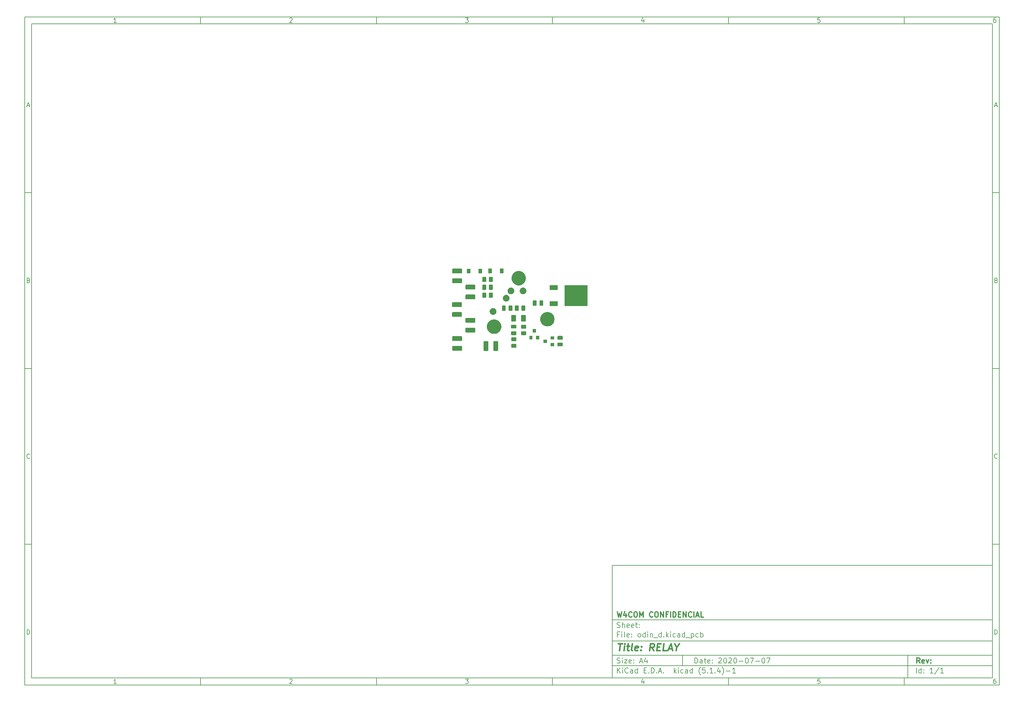
<source format=gbr>
G04 #@! TF.GenerationSoftware,KiCad,Pcbnew,(5.1.4)-1*
G04 #@! TF.CreationDate,2021-05-07T09:09:24-03:00*
G04 #@! TF.ProjectId,odin_d,6f64696e-5f64-42e6-9b69-6361645f7063,rev?*
G04 #@! TF.SameCoordinates,Original*
G04 #@! TF.FileFunction,Soldermask,Top*
G04 #@! TF.FilePolarity,Negative*
%FSLAX46Y46*%
G04 Gerber Fmt 4.6, Leading zero omitted, Abs format (unit mm)*
G04 Created by KiCad (PCBNEW (5.1.4)-1) date 2021-05-07 09:09:24*
%MOMM*%
%LPD*%
G04 APERTURE LIST*
%ADD10C,0.100000*%
%ADD11C,0.150000*%
%ADD12C,0.300000*%
%ADD13C,0.400000*%
G04 APERTURE END LIST*
D10*
D11*
X177002200Y-166007200D02*
X177002200Y-198007200D01*
X285002200Y-198007200D01*
X285002200Y-166007200D01*
X177002200Y-166007200D01*
D10*
D11*
X10000000Y-10000000D02*
X10000000Y-200007200D01*
X287002200Y-200007200D01*
X287002200Y-10000000D01*
X10000000Y-10000000D01*
D10*
D11*
X12000000Y-12000000D02*
X12000000Y-198007200D01*
X285002200Y-198007200D01*
X285002200Y-12000000D01*
X12000000Y-12000000D01*
D10*
D11*
X60000000Y-12000000D02*
X60000000Y-10000000D01*
D10*
D11*
X110000000Y-12000000D02*
X110000000Y-10000000D01*
D10*
D11*
X160000000Y-12000000D02*
X160000000Y-10000000D01*
D10*
D11*
X210000000Y-12000000D02*
X210000000Y-10000000D01*
D10*
D11*
X260000000Y-12000000D02*
X260000000Y-10000000D01*
D10*
D11*
X36065476Y-11588095D02*
X35322619Y-11588095D01*
X35694047Y-11588095D02*
X35694047Y-10288095D01*
X35570238Y-10473809D01*
X35446428Y-10597619D01*
X35322619Y-10659523D01*
D10*
D11*
X85322619Y-10411904D02*
X85384523Y-10350000D01*
X85508333Y-10288095D01*
X85817857Y-10288095D01*
X85941666Y-10350000D01*
X86003571Y-10411904D01*
X86065476Y-10535714D01*
X86065476Y-10659523D01*
X86003571Y-10845238D01*
X85260714Y-11588095D01*
X86065476Y-11588095D01*
D10*
D11*
X135260714Y-10288095D02*
X136065476Y-10288095D01*
X135632142Y-10783333D01*
X135817857Y-10783333D01*
X135941666Y-10845238D01*
X136003571Y-10907142D01*
X136065476Y-11030952D01*
X136065476Y-11340476D01*
X136003571Y-11464285D01*
X135941666Y-11526190D01*
X135817857Y-11588095D01*
X135446428Y-11588095D01*
X135322619Y-11526190D01*
X135260714Y-11464285D01*
D10*
D11*
X185941666Y-10721428D02*
X185941666Y-11588095D01*
X185632142Y-10226190D02*
X185322619Y-11154761D01*
X186127380Y-11154761D01*
D10*
D11*
X236003571Y-10288095D02*
X235384523Y-10288095D01*
X235322619Y-10907142D01*
X235384523Y-10845238D01*
X235508333Y-10783333D01*
X235817857Y-10783333D01*
X235941666Y-10845238D01*
X236003571Y-10907142D01*
X236065476Y-11030952D01*
X236065476Y-11340476D01*
X236003571Y-11464285D01*
X235941666Y-11526190D01*
X235817857Y-11588095D01*
X235508333Y-11588095D01*
X235384523Y-11526190D01*
X235322619Y-11464285D01*
D10*
D11*
X285941666Y-10288095D02*
X285694047Y-10288095D01*
X285570238Y-10350000D01*
X285508333Y-10411904D01*
X285384523Y-10597619D01*
X285322619Y-10845238D01*
X285322619Y-11340476D01*
X285384523Y-11464285D01*
X285446428Y-11526190D01*
X285570238Y-11588095D01*
X285817857Y-11588095D01*
X285941666Y-11526190D01*
X286003571Y-11464285D01*
X286065476Y-11340476D01*
X286065476Y-11030952D01*
X286003571Y-10907142D01*
X285941666Y-10845238D01*
X285817857Y-10783333D01*
X285570238Y-10783333D01*
X285446428Y-10845238D01*
X285384523Y-10907142D01*
X285322619Y-11030952D01*
D10*
D11*
X60000000Y-198007200D02*
X60000000Y-200007200D01*
D10*
D11*
X110000000Y-198007200D02*
X110000000Y-200007200D01*
D10*
D11*
X160000000Y-198007200D02*
X160000000Y-200007200D01*
D10*
D11*
X210000000Y-198007200D02*
X210000000Y-200007200D01*
D10*
D11*
X260000000Y-198007200D02*
X260000000Y-200007200D01*
D10*
D11*
X36065476Y-199595295D02*
X35322619Y-199595295D01*
X35694047Y-199595295D02*
X35694047Y-198295295D01*
X35570238Y-198481009D01*
X35446428Y-198604819D01*
X35322619Y-198666723D01*
D10*
D11*
X85322619Y-198419104D02*
X85384523Y-198357200D01*
X85508333Y-198295295D01*
X85817857Y-198295295D01*
X85941666Y-198357200D01*
X86003571Y-198419104D01*
X86065476Y-198542914D01*
X86065476Y-198666723D01*
X86003571Y-198852438D01*
X85260714Y-199595295D01*
X86065476Y-199595295D01*
D10*
D11*
X135260714Y-198295295D02*
X136065476Y-198295295D01*
X135632142Y-198790533D01*
X135817857Y-198790533D01*
X135941666Y-198852438D01*
X136003571Y-198914342D01*
X136065476Y-199038152D01*
X136065476Y-199347676D01*
X136003571Y-199471485D01*
X135941666Y-199533390D01*
X135817857Y-199595295D01*
X135446428Y-199595295D01*
X135322619Y-199533390D01*
X135260714Y-199471485D01*
D10*
D11*
X185941666Y-198728628D02*
X185941666Y-199595295D01*
X185632142Y-198233390D02*
X185322619Y-199161961D01*
X186127380Y-199161961D01*
D10*
D11*
X236003571Y-198295295D02*
X235384523Y-198295295D01*
X235322619Y-198914342D01*
X235384523Y-198852438D01*
X235508333Y-198790533D01*
X235817857Y-198790533D01*
X235941666Y-198852438D01*
X236003571Y-198914342D01*
X236065476Y-199038152D01*
X236065476Y-199347676D01*
X236003571Y-199471485D01*
X235941666Y-199533390D01*
X235817857Y-199595295D01*
X235508333Y-199595295D01*
X235384523Y-199533390D01*
X235322619Y-199471485D01*
D10*
D11*
X285941666Y-198295295D02*
X285694047Y-198295295D01*
X285570238Y-198357200D01*
X285508333Y-198419104D01*
X285384523Y-198604819D01*
X285322619Y-198852438D01*
X285322619Y-199347676D01*
X285384523Y-199471485D01*
X285446428Y-199533390D01*
X285570238Y-199595295D01*
X285817857Y-199595295D01*
X285941666Y-199533390D01*
X286003571Y-199471485D01*
X286065476Y-199347676D01*
X286065476Y-199038152D01*
X286003571Y-198914342D01*
X285941666Y-198852438D01*
X285817857Y-198790533D01*
X285570238Y-198790533D01*
X285446428Y-198852438D01*
X285384523Y-198914342D01*
X285322619Y-199038152D01*
D10*
D11*
X10000000Y-60000000D02*
X12000000Y-60000000D01*
D10*
D11*
X10000000Y-110000000D02*
X12000000Y-110000000D01*
D10*
D11*
X10000000Y-160000000D02*
X12000000Y-160000000D01*
D10*
D11*
X10690476Y-35216666D02*
X11309523Y-35216666D01*
X10566666Y-35588095D02*
X11000000Y-34288095D01*
X11433333Y-35588095D01*
D10*
D11*
X11092857Y-84907142D02*
X11278571Y-84969047D01*
X11340476Y-85030952D01*
X11402380Y-85154761D01*
X11402380Y-85340476D01*
X11340476Y-85464285D01*
X11278571Y-85526190D01*
X11154761Y-85588095D01*
X10659523Y-85588095D01*
X10659523Y-84288095D01*
X11092857Y-84288095D01*
X11216666Y-84350000D01*
X11278571Y-84411904D01*
X11340476Y-84535714D01*
X11340476Y-84659523D01*
X11278571Y-84783333D01*
X11216666Y-84845238D01*
X11092857Y-84907142D01*
X10659523Y-84907142D01*
D10*
D11*
X11402380Y-135464285D02*
X11340476Y-135526190D01*
X11154761Y-135588095D01*
X11030952Y-135588095D01*
X10845238Y-135526190D01*
X10721428Y-135402380D01*
X10659523Y-135278571D01*
X10597619Y-135030952D01*
X10597619Y-134845238D01*
X10659523Y-134597619D01*
X10721428Y-134473809D01*
X10845238Y-134350000D01*
X11030952Y-134288095D01*
X11154761Y-134288095D01*
X11340476Y-134350000D01*
X11402380Y-134411904D01*
D10*
D11*
X10659523Y-185588095D02*
X10659523Y-184288095D01*
X10969047Y-184288095D01*
X11154761Y-184350000D01*
X11278571Y-184473809D01*
X11340476Y-184597619D01*
X11402380Y-184845238D01*
X11402380Y-185030952D01*
X11340476Y-185278571D01*
X11278571Y-185402380D01*
X11154761Y-185526190D01*
X10969047Y-185588095D01*
X10659523Y-185588095D01*
D10*
D11*
X287002200Y-60000000D02*
X285002200Y-60000000D01*
D10*
D11*
X287002200Y-110000000D02*
X285002200Y-110000000D01*
D10*
D11*
X287002200Y-160000000D02*
X285002200Y-160000000D01*
D10*
D11*
X285692676Y-35216666D02*
X286311723Y-35216666D01*
X285568866Y-35588095D02*
X286002200Y-34288095D01*
X286435533Y-35588095D01*
D10*
D11*
X286095057Y-84907142D02*
X286280771Y-84969047D01*
X286342676Y-85030952D01*
X286404580Y-85154761D01*
X286404580Y-85340476D01*
X286342676Y-85464285D01*
X286280771Y-85526190D01*
X286156961Y-85588095D01*
X285661723Y-85588095D01*
X285661723Y-84288095D01*
X286095057Y-84288095D01*
X286218866Y-84350000D01*
X286280771Y-84411904D01*
X286342676Y-84535714D01*
X286342676Y-84659523D01*
X286280771Y-84783333D01*
X286218866Y-84845238D01*
X286095057Y-84907142D01*
X285661723Y-84907142D01*
D10*
D11*
X286404580Y-135464285D02*
X286342676Y-135526190D01*
X286156961Y-135588095D01*
X286033152Y-135588095D01*
X285847438Y-135526190D01*
X285723628Y-135402380D01*
X285661723Y-135278571D01*
X285599819Y-135030952D01*
X285599819Y-134845238D01*
X285661723Y-134597619D01*
X285723628Y-134473809D01*
X285847438Y-134350000D01*
X286033152Y-134288095D01*
X286156961Y-134288095D01*
X286342676Y-134350000D01*
X286404580Y-134411904D01*
D10*
D11*
X285661723Y-185588095D02*
X285661723Y-184288095D01*
X285971247Y-184288095D01*
X286156961Y-184350000D01*
X286280771Y-184473809D01*
X286342676Y-184597619D01*
X286404580Y-184845238D01*
X286404580Y-185030952D01*
X286342676Y-185278571D01*
X286280771Y-185402380D01*
X286156961Y-185526190D01*
X285971247Y-185588095D01*
X285661723Y-185588095D01*
D10*
D11*
X200434342Y-193785771D02*
X200434342Y-192285771D01*
X200791485Y-192285771D01*
X201005771Y-192357200D01*
X201148628Y-192500057D01*
X201220057Y-192642914D01*
X201291485Y-192928628D01*
X201291485Y-193142914D01*
X201220057Y-193428628D01*
X201148628Y-193571485D01*
X201005771Y-193714342D01*
X200791485Y-193785771D01*
X200434342Y-193785771D01*
X202577200Y-193785771D02*
X202577200Y-193000057D01*
X202505771Y-192857200D01*
X202362914Y-192785771D01*
X202077200Y-192785771D01*
X201934342Y-192857200D01*
X202577200Y-193714342D02*
X202434342Y-193785771D01*
X202077200Y-193785771D01*
X201934342Y-193714342D01*
X201862914Y-193571485D01*
X201862914Y-193428628D01*
X201934342Y-193285771D01*
X202077200Y-193214342D01*
X202434342Y-193214342D01*
X202577200Y-193142914D01*
X203077200Y-192785771D02*
X203648628Y-192785771D01*
X203291485Y-192285771D02*
X203291485Y-193571485D01*
X203362914Y-193714342D01*
X203505771Y-193785771D01*
X203648628Y-193785771D01*
X204720057Y-193714342D02*
X204577200Y-193785771D01*
X204291485Y-193785771D01*
X204148628Y-193714342D01*
X204077200Y-193571485D01*
X204077200Y-193000057D01*
X204148628Y-192857200D01*
X204291485Y-192785771D01*
X204577200Y-192785771D01*
X204720057Y-192857200D01*
X204791485Y-193000057D01*
X204791485Y-193142914D01*
X204077200Y-193285771D01*
X205434342Y-193642914D02*
X205505771Y-193714342D01*
X205434342Y-193785771D01*
X205362914Y-193714342D01*
X205434342Y-193642914D01*
X205434342Y-193785771D01*
X205434342Y-192857200D02*
X205505771Y-192928628D01*
X205434342Y-193000057D01*
X205362914Y-192928628D01*
X205434342Y-192857200D01*
X205434342Y-193000057D01*
X207220057Y-192428628D02*
X207291485Y-192357200D01*
X207434342Y-192285771D01*
X207791485Y-192285771D01*
X207934342Y-192357200D01*
X208005771Y-192428628D01*
X208077200Y-192571485D01*
X208077200Y-192714342D01*
X208005771Y-192928628D01*
X207148628Y-193785771D01*
X208077200Y-193785771D01*
X209005771Y-192285771D02*
X209148628Y-192285771D01*
X209291485Y-192357200D01*
X209362914Y-192428628D01*
X209434342Y-192571485D01*
X209505771Y-192857200D01*
X209505771Y-193214342D01*
X209434342Y-193500057D01*
X209362914Y-193642914D01*
X209291485Y-193714342D01*
X209148628Y-193785771D01*
X209005771Y-193785771D01*
X208862914Y-193714342D01*
X208791485Y-193642914D01*
X208720057Y-193500057D01*
X208648628Y-193214342D01*
X208648628Y-192857200D01*
X208720057Y-192571485D01*
X208791485Y-192428628D01*
X208862914Y-192357200D01*
X209005771Y-192285771D01*
X210077200Y-192428628D02*
X210148628Y-192357200D01*
X210291485Y-192285771D01*
X210648628Y-192285771D01*
X210791485Y-192357200D01*
X210862914Y-192428628D01*
X210934342Y-192571485D01*
X210934342Y-192714342D01*
X210862914Y-192928628D01*
X210005771Y-193785771D01*
X210934342Y-193785771D01*
X211862914Y-192285771D02*
X212005771Y-192285771D01*
X212148628Y-192357200D01*
X212220057Y-192428628D01*
X212291485Y-192571485D01*
X212362914Y-192857200D01*
X212362914Y-193214342D01*
X212291485Y-193500057D01*
X212220057Y-193642914D01*
X212148628Y-193714342D01*
X212005771Y-193785771D01*
X211862914Y-193785771D01*
X211720057Y-193714342D01*
X211648628Y-193642914D01*
X211577200Y-193500057D01*
X211505771Y-193214342D01*
X211505771Y-192857200D01*
X211577200Y-192571485D01*
X211648628Y-192428628D01*
X211720057Y-192357200D01*
X211862914Y-192285771D01*
X213005771Y-193214342D02*
X214148628Y-193214342D01*
X215148628Y-192285771D02*
X215291485Y-192285771D01*
X215434342Y-192357200D01*
X215505771Y-192428628D01*
X215577200Y-192571485D01*
X215648628Y-192857200D01*
X215648628Y-193214342D01*
X215577200Y-193500057D01*
X215505771Y-193642914D01*
X215434342Y-193714342D01*
X215291485Y-193785771D01*
X215148628Y-193785771D01*
X215005771Y-193714342D01*
X214934342Y-193642914D01*
X214862914Y-193500057D01*
X214791485Y-193214342D01*
X214791485Y-192857200D01*
X214862914Y-192571485D01*
X214934342Y-192428628D01*
X215005771Y-192357200D01*
X215148628Y-192285771D01*
X216148628Y-192285771D02*
X217148628Y-192285771D01*
X216505771Y-193785771D01*
X217720057Y-193214342D02*
X218862914Y-193214342D01*
X219862914Y-192285771D02*
X220005771Y-192285771D01*
X220148628Y-192357200D01*
X220220057Y-192428628D01*
X220291485Y-192571485D01*
X220362914Y-192857200D01*
X220362914Y-193214342D01*
X220291485Y-193500057D01*
X220220057Y-193642914D01*
X220148628Y-193714342D01*
X220005771Y-193785771D01*
X219862914Y-193785771D01*
X219720057Y-193714342D01*
X219648628Y-193642914D01*
X219577200Y-193500057D01*
X219505771Y-193214342D01*
X219505771Y-192857200D01*
X219577200Y-192571485D01*
X219648628Y-192428628D01*
X219720057Y-192357200D01*
X219862914Y-192285771D01*
X220862914Y-192285771D02*
X221862914Y-192285771D01*
X221220057Y-193785771D01*
D10*
D11*
X177002200Y-194507200D02*
X285002200Y-194507200D01*
D10*
D11*
X178434342Y-196585771D02*
X178434342Y-195085771D01*
X179291485Y-196585771D02*
X178648628Y-195728628D01*
X179291485Y-195085771D02*
X178434342Y-195942914D01*
X179934342Y-196585771D02*
X179934342Y-195585771D01*
X179934342Y-195085771D02*
X179862914Y-195157200D01*
X179934342Y-195228628D01*
X180005771Y-195157200D01*
X179934342Y-195085771D01*
X179934342Y-195228628D01*
X181505771Y-196442914D02*
X181434342Y-196514342D01*
X181220057Y-196585771D01*
X181077200Y-196585771D01*
X180862914Y-196514342D01*
X180720057Y-196371485D01*
X180648628Y-196228628D01*
X180577200Y-195942914D01*
X180577200Y-195728628D01*
X180648628Y-195442914D01*
X180720057Y-195300057D01*
X180862914Y-195157200D01*
X181077200Y-195085771D01*
X181220057Y-195085771D01*
X181434342Y-195157200D01*
X181505771Y-195228628D01*
X182791485Y-196585771D02*
X182791485Y-195800057D01*
X182720057Y-195657200D01*
X182577200Y-195585771D01*
X182291485Y-195585771D01*
X182148628Y-195657200D01*
X182791485Y-196514342D02*
X182648628Y-196585771D01*
X182291485Y-196585771D01*
X182148628Y-196514342D01*
X182077200Y-196371485D01*
X182077200Y-196228628D01*
X182148628Y-196085771D01*
X182291485Y-196014342D01*
X182648628Y-196014342D01*
X182791485Y-195942914D01*
X184148628Y-196585771D02*
X184148628Y-195085771D01*
X184148628Y-196514342D02*
X184005771Y-196585771D01*
X183720057Y-196585771D01*
X183577200Y-196514342D01*
X183505771Y-196442914D01*
X183434342Y-196300057D01*
X183434342Y-195871485D01*
X183505771Y-195728628D01*
X183577200Y-195657200D01*
X183720057Y-195585771D01*
X184005771Y-195585771D01*
X184148628Y-195657200D01*
X186005771Y-195800057D02*
X186505771Y-195800057D01*
X186720057Y-196585771D02*
X186005771Y-196585771D01*
X186005771Y-195085771D01*
X186720057Y-195085771D01*
X187362914Y-196442914D02*
X187434342Y-196514342D01*
X187362914Y-196585771D01*
X187291485Y-196514342D01*
X187362914Y-196442914D01*
X187362914Y-196585771D01*
X188077200Y-196585771D02*
X188077200Y-195085771D01*
X188434342Y-195085771D01*
X188648628Y-195157200D01*
X188791485Y-195300057D01*
X188862914Y-195442914D01*
X188934342Y-195728628D01*
X188934342Y-195942914D01*
X188862914Y-196228628D01*
X188791485Y-196371485D01*
X188648628Y-196514342D01*
X188434342Y-196585771D01*
X188077200Y-196585771D01*
X189577200Y-196442914D02*
X189648628Y-196514342D01*
X189577200Y-196585771D01*
X189505771Y-196514342D01*
X189577200Y-196442914D01*
X189577200Y-196585771D01*
X190220057Y-196157200D02*
X190934342Y-196157200D01*
X190077200Y-196585771D02*
X190577200Y-195085771D01*
X191077200Y-196585771D01*
X191577200Y-196442914D02*
X191648628Y-196514342D01*
X191577200Y-196585771D01*
X191505771Y-196514342D01*
X191577200Y-196442914D01*
X191577200Y-196585771D01*
X194577200Y-196585771D02*
X194577200Y-195085771D01*
X194720057Y-196014342D02*
X195148628Y-196585771D01*
X195148628Y-195585771D02*
X194577200Y-196157200D01*
X195791485Y-196585771D02*
X195791485Y-195585771D01*
X195791485Y-195085771D02*
X195720057Y-195157200D01*
X195791485Y-195228628D01*
X195862914Y-195157200D01*
X195791485Y-195085771D01*
X195791485Y-195228628D01*
X197148628Y-196514342D02*
X197005771Y-196585771D01*
X196720057Y-196585771D01*
X196577200Y-196514342D01*
X196505771Y-196442914D01*
X196434342Y-196300057D01*
X196434342Y-195871485D01*
X196505771Y-195728628D01*
X196577200Y-195657200D01*
X196720057Y-195585771D01*
X197005771Y-195585771D01*
X197148628Y-195657200D01*
X198434342Y-196585771D02*
X198434342Y-195800057D01*
X198362914Y-195657200D01*
X198220057Y-195585771D01*
X197934342Y-195585771D01*
X197791485Y-195657200D01*
X198434342Y-196514342D02*
X198291485Y-196585771D01*
X197934342Y-196585771D01*
X197791485Y-196514342D01*
X197720057Y-196371485D01*
X197720057Y-196228628D01*
X197791485Y-196085771D01*
X197934342Y-196014342D01*
X198291485Y-196014342D01*
X198434342Y-195942914D01*
X199791485Y-196585771D02*
X199791485Y-195085771D01*
X199791485Y-196514342D02*
X199648628Y-196585771D01*
X199362914Y-196585771D01*
X199220057Y-196514342D01*
X199148628Y-196442914D01*
X199077200Y-196300057D01*
X199077200Y-195871485D01*
X199148628Y-195728628D01*
X199220057Y-195657200D01*
X199362914Y-195585771D01*
X199648628Y-195585771D01*
X199791485Y-195657200D01*
X202077200Y-197157200D02*
X202005771Y-197085771D01*
X201862914Y-196871485D01*
X201791485Y-196728628D01*
X201720057Y-196514342D01*
X201648628Y-196157200D01*
X201648628Y-195871485D01*
X201720057Y-195514342D01*
X201791485Y-195300057D01*
X201862914Y-195157200D01*
X202005771Y-194942914D01*
X202077200Y-194871485D01*
X203362914Y-195085771D02*
X202648628Y-195085771D01*
X202577200Y-195800057D01*
X202648628Y-195728628D01*
X202791485Y-195657200D01*
X203148628Y-195657200D01*
X203291485Y-195728628D01*
X203362914Y-195800057D01*
X203434342Y-195942914D01*
X203434342Y-196300057D01*
X203362914Y-196442914D01*
X203291485Y-196514342D01*
X203148628Y-196585771D01*
X202791485Y-196585771D01*
X202648628Y-196514342D01*
X202577200Y-196442914D01*
X204077200Y-196442914D02*
X204148628Y-196514342D01*
X204077200Y-196585771D01*
X204005771Y-196514342D01*
X204077200Y-196442914D01*
X204077200Y-196585771D01*
X205577200Y-196585771D02*
X204720057Y-196585771D01*
X205148628Y-196585771D02*
X205148628Y-195085771D01*
X205005771Y-195300057D01*
X204862914Y-195442914D01*
X204720057Y-195514342D01*
X206220057Y-196442914D02*
X206291485Y-196514342D01*
X206220057Y-196585771D01*
X206148628Y-196514342D01*
X206220057Y-196442914D01*
X206220057Y-196585771D01*
X207577200Y-195585771D02*
X207577200Y-196585771D01*
X207220057Y-195014342D02*
X206862914Y-196085771D01*
X207791485Y-196085771D01*
X208220057Y-197157200D02*
X208291485Y-197085771D01*
X208434342Y-196871485D01*
X208505771Y-196728628D01*
X208577200Y-196514342D01*
X208648628Y-196157200D01*
X208648628Y-195871485D01*
X208577200Y-195514342D01*
X208505771Y-195300057D01*
X208434342Y-195157200D01*
X208291485Y-194942914D01*
X208220057Y-194871485D01*
X209362914Y-196014342D02*
X210505771Y-196014342D01*
X212005771Y-196585771D02*
X211148628Y-196585771D01*
X211577200Y-196585771D02*
X211577200Y-195085771D01*
X211434342Y-195300057D01*
X211291485Y-195442914D01*
X211148628Y-195514342D01*
D10*
D11*
X177002200Y-191507200D02*
X285002200Y-191507200D01*
D10*
D12*
X264411485Y-193785771D02*
X263911485Y-193071485D01*
X263554342Y-193785771D02*
X263554342Y-192285771D01*
X264125771Y-192285771D01*
X264268628Y-192357200D01*
X264340057Y-192428628D01*
X264411485Y-192571485D01*
X264411485Y-192785771D01*
X264340057Y-192928628D01*
X264268628Y-193000057D01*
X264125771Y-193071485D01*
X263554342Y-193071485D01*
X265625771Y-193714342D02*
X265482914Y-193785771D01*
X265197200Y-193785771D01*
X265054342Y-193714342D01*
X264982914Y-193571485D01*
X264982914Y-193000057D01*
X265054342Y-192857200D01*
X265197200Y-192785771D01*
X265482914Y-192785771D01*
X265625771Y-192857200D01*
X265697200Y-193000057D01*
X265697200Y-193142914D01*
X264982914Y-193285771D01*
X266197200Y-192785771D02*
X266554342Y-193785771D01*
X266911485Y-192785771D01*
X267482914Y-193642914D02*
X267554342Y-193714342D01*
X267482914Y-193785771D01*
X267411485Y-193714342D01*
X267482914Y-193642914D01*
X267482914Y-193785771D01*
X267482914Y-192857200D02*
X267554342Y-192928628D01*
X267482914Y-193000057D01*
X267411485Y-192928628D01*
X267482914Y-192857200D01*
X267482914Y-193000057D01*
D10*
D11*
X178362914Y-193714342D02*
X178577200Y-193785771D01*
X178934342Y-193785771D01*
X179077200Y-193714342D01*
X179148628Y-193642914D01*
X179220057Y-193500057D01*
X179220057Y-193357200D01*
X179148628Y-193214342D01*
X179077200Y-193142914D01*
X178934342Y-193071485D01*
X178648628Y-193000057D01*
X178505771Y-192928628D01*
X178434342Y-192857200D01*
X178362914Y-192714342D01*
X178362914Y-192571485D01*
X178434342Y-192428628D01*
X178505771Y-192357200D01*
X178648628Y-192285771D01*
X179005771Y-192285771D01*
X179220057Y-192357200D01*
X179862914Y-193785771D02*
X179862914Y-192785771D01*
X179862914Y-192285771D02*
X179791485Y-192357200D01*
X179862914Y-192428628D01*
X179934342Y-192357200D01*
X179862914Y-192285771D01*
X179862914Y-192428628D01*
X180434342Y-192785771D02*
X181220057Y-192785771D01*
X180434342Y-193785771D01*
X181220057Y-193785771D01*
X182362914Y-193714342D02*
X182220057Y-193785771D01*
X181934342Y-193785771D01*
X181791485Y-193714342D01*
X181720057Y-193571485D01*
X181720057Y-193000057D01*
X181791485Y-192857200D01*
X181934342Y-192785771D01*
X182220057Y-192785771D01*
X182362914Y-192857200D01*
X182434342Y-193000057D01*
X182434342Y-193142914D01*
X181720057Y-193285771D01*
X183077200Y-193642914D02*
X183148628Y-193714342D01*
X183077200Y-193785771D01*
X183005771Y-193714342D01*
X183077200Y-193642914D01*
X183077200Y-193785771D01*
X183077200Y-192857200D02*
X183148628Y-192928628D01*
X183077200Y-193000057D01*
X183005771Y-192928628D01*
X183077200Y-192857200D01*
X183077200Y-193000057D01*
X184862914Y-193357200D02*
X185577200Y-193357200D01*
X184720057Y-193785771D02*
X185220057Y-192285771D01*
X185720057Y-193785771D01*
X186862914Y-192785771D02*
X186862914Y-193785771D01*
X186505771Y-192214342D02*
X186148628Y-193285771D01*
X187077200Y-193285771D01*
D10*
D11*
X263434342Y-196585771D02*
X263434342Y-195085771D01*
X264791485Y-196585771D02*
X264791485Y-195085771D01*
X264791485Y-196514342D02*
X264648628Y-196585771D01*
X264362914Y-196585771D01*
X264220057Y-196514342D01*
X264148628Y-196442914D01*
X264077200Y-196300057D01*
X264077200Y-195871485D01*
X264148628Y-195728628D01*
X264220057Y-195657200D01*
X264362914Y-195585771D01*
X264648628Y-195585771D01*
X264791485Y-195657200D01*
X265505771Y-196442914D02*
X265577200Y-196514342D01*
X265505771Y-196585771D01*
X265434342Y-196514342D01*
X265505771Y-196442914D01*
X265505771Y-196585771D01*
X265505771Y-195657200D02*
X265577200Y-195728628D01*
X265505771Y-195800057D01*
X265434342Y-195728628D01*
X265505771Y-195657200D01*
X265505771Y-195800057D01*
X268148628Y-196585771D02*
X267291485Y-196585771D01*
X267720057Y-196585771D02*
X267720057Y-195085771D01*
X267577200Y-195300057D01*
X267434342Y-195442914D01*
X267291485Y-195514342D01*
X269862914Y-195014342D02*
X268577200Y-196942914D01*
X271148628Y-196585771D02*
X270291485Y-196585771D01*
X270720057Y-196585771D02*
X270720057Y-195085771D01*
X270577200Y-195300057D01*
X270434342Y-195442914D01*
X270291485Y-195514342D01*
D10*
D11*
X177002200Y-187507200D02*
X285002200Y-187507200D01*
D10*
D13*
X178714580Y-188211961D02*
X179857438Y-188211961D01*
X179036009Y-190211961D02*
X179286009Y-188211961D01*
X180274104Y-190211961D02*
X180440771Y-188878628D01*
X180524104Y-188211961D02*
X180416961Y-188307200D01*
X180500295Y-188402438D01*
X180607438Y-188307200D01*
X180524104Y-188211961D01*
X180500295Y-188402438D01*
X181107438Y-188878628D02*
X181869342Y-188878628D01*
X181476485Y-188211961D02*
X181262200Y-189926247D01*
X181333628Y-190116723D01*
X181512200Y-190211961D01*
X181702676Y-190211961D01*
X182655057Y-190211961D02*
X182476485Y-190116723D01*
X182405057Y-189926247D01*
X182619342Y-188211961D01*
X184190771Y-190116723D02*
X183988390Y-190211961D01*
X183607438Y-190211961D01*
X183428866Y-190116723D01*
X183357438Y-189926247D01*
X183452676Y-189164342D01*
X183571723Y-188973866D01*
X183774104Y-188878628D01*
X184155057Y-188878628D01*
X184333628Y-188973866D01*
X184405057Y-189164342D01*
X184381247Y-189354819D01*
X183405057Y-189545295D01*
X185155057Y-190021485D02*
X185238390Y-190116723D01*
X185131247Y-190211961D01*
X185047914Y-190116723D01*
X185155057Y-190021485D01*
X185131247Y-190211961D01*
X185286009Y-188973866D02*
X185369342Y-189069104D01*
X185262200Y-189164342D01*
X185178866Y-189069104D01*
X185286009Y-188973866D01*
X185262200Y-189164342D01*
X188750295Y-190211961D02*
X188202676Y-189259580D01*
X187607438Y-190211961D02*
X187857438Y-188211961D01*
X188619342Y-188211961D01*
X188797914Y-188307200D01*
X188881247Y-188402438D01*
X188952676Y-188592914D01*
X188916961Y-188878628D01*
X188797914Y-189069104D01*
X188690771Y-189164342D01*
X188488390Y-189259580D01*
X187726485Y-189259580D01*
X189738390Y-189164342D02*
X190405057Y-189164342D01*
X190559819Y-190211961D02*
X189607438Y-190211961D01*
X189857438Y-188211961D01*
X190809819Y-188211961D01*
X192369342Y-190211961D02*
X191416961Y-190211961D01*
X191666961Y-188211961D01*
X193012200Y-189640533D02*
X193964580Y-189640533D01*
X192750295Y-190211961D02*
X193666961Y-188211961D01*
X194083628Y-190211961D01*
X195250295Y-189259580D02*
X195131247Y-190211961D01*
X194714580Y-188211961D02*
X195250295Y-189259580D01*
X196047914Y-188211961D01*
D10*
D11*
X178934342Y-185600057D02*
X178434342Y-185600057D01*
X178434342Y-186385771D02*
X178434342Y-184885771D01*
X179148628Y-184885771D01*
X179720057Y-186385771D02*
X179720057Y-185385771D01*
X179720057Y-184885771D02*
X179648628Y-184957200D01*
X179720057Y-185028628D01*
X179791485Y-184957200D01*
X179720057Y-184885771D01*
X179720057Y-185028628D01*
X180648628Y-186385771D02*
X180505771Y-186314342D01*
X180434342Y-186171485D01*
X180434342Y-184885771D01*
X181791485Y-186314342D02*
X181648628Y-186385771D01*
X181362914Y-186385771D01*
X181220057Y-186314342D01*
X181148628Y-186171485D01*
X181148628Y-185600057D01*
X181220057Y-185457200D01*
X181362914Y-185385771D01*
X181648628Y-185385771D01*
X181791485Y-185457200D01*
X181862914Y-185600057D01*
X181862914Y-185742914D01*
X181148628Y-185885771D01*
X182505771Y-186242914D02*
X182577200Y-186314342D01*
X182505771Y-186385771D01*
X182434342Y-186314342D01*
X182505771Y-186242914D01*
X182505771Y-186385771D01*
X182505771Y-185457200D02*
X182577200Y-185528628D01*
X182505771Y-185600057D01*
X182434342Y-185528628D01*
X182505771Y-185457200D01*
X182505771Y-185600057D01*
X184577200Y-186385771D02*
X184434342Y-186314342D01*
X184362914Y-186242914D01*
X184291485Y-186100057D01*
X184291485Y-185671485D01*
X184362914Y-185528628D01*
X184434342Y-185457200D01*
X184577200Y-185385771D01*
X184791485Y-185385771D01*
X184934342Y-185457200D01*
X185005771Y-185528628D01*
X185077200Y-185671485D01*
X185077200Y-186100057D01*
X185005771Y-186242914D01*
X184934342Y-186314342D01*
X184791485Y-186385771D01*
X184577200Y-186385771D01*
X186362914Y-186385771D02*
X186362914Y-184885771D01*
X186362914Y-186314342D02*
X186220057Y-186385771D01*
X185934342Y-186385771D01*
X185791485Y-186314342D01*
X185720057Y-186242914D01*
X185648628Y-186100057D01*
X185648628Y-185671485D01*
X185720057Y-185528628D01*
X185791485Y-185457200D01*
X185934342Y-185385771D01*
X186220057Y-185385771D01*
X186362914Y-185457200D01*
X187077200Y-186385771D02*
X187077200Y-185385771D01*
X187077200Y-184885771D02*
X187005771Y-184957200D01*
X187077200Y-185028628D01*
X187148628Y-184957200D01*
X187077200Y-184885771D01*
X187077200Y-185028628D01*
X187791485Y-185385771D02*
X187791485Y-186385771D01*
X187791485Y-185528628D02*
X187862914Y-185457200D01*
X188005771Y-185385771D01*
X188220057Y-185385771D01*
X188362914Y-185457200D01*
X188434342Y-185600057D01*
X188434342Y-186385771D01*
X188791485Y-186528628D02*
X189934342Y-186528628D01*
X190934342Y-186385771D02*
X190934342Y-184885771D01*
X190934342Y-186314342D02*
X190791485Y-186385771D01*
X190505771Y-186385771D01*
X190362914Y-186314342D01*
X190291485Y-186242914D01*
X190220057Y-186100057D01*
X190220057Y-185671485D01*
X190291485Y-185528628D01*
X190362914Y-185457200D01*
X190505771Y-185385771D01*
X190791485Y-185385771D01*
X190934342Y-185457200D01*
X191648628Y-186242914D02*
X191720057Y-186314342D01*
X191648628Y-186385771D01*
X191577200Y-186314342D01*
X191648628Y-186242914D01*
X191648628Y-186385771D01*
X192362914Y-186385771D02*
X192362914Y-184885771D01*
X192505771Y-185814342D02*
X192934342Y-186385771D01*
X192934342Y-185385771D02*
X192362914Y-185957200D01*
X193577200Y-186385771D02*
X193577200Y-185385771D01*
X193577200Y-184885771D02*
X193505771Y-184957200D01*
X193577200Y-185028628D01*
X193648628Y-184957200D01*
X193577200Y-184885771D01*
X193577200Y-185028628D01*
X194934342Y-186314342D02*
X194791485Y-186385771D01*
X194505771Y-186385771D01*
X194362914Y-186314342D01*
X194291485Y-186242914D01*
X194220057Y-186100057D01*
X194220057Y-185671485D01*
X194291485Y-185528628D01*
X194362914Y-185457200D01*
X194505771Y-185385771D01*
X194791485Y-185385771D01*
X194934342Y-185457200D01*
X196220057Y-186385771D02*
X196220057Y-185600057D01*
X196148628Y-185457200D01*
X196005771Y-185385771D01*
X195720057Y-185385771D01*
X195577200Y-185457200D01*
X196220057Y-186314342D02*
X196077200Y-186385771D01*
X195720057Y-186385771D01*
X195577200Y-186314342D01*
X195505771Y-186171485D01*
X195505771Y-186028628D01*
X195577200Y-185885771D01*
X195720057Y-185814342D01*
X196077200Y-185814342D01*
X196220057Y-185742914D01*
X197577200Y-186385771D02*
X197577200Y-184885771D01*
X197577200Y-186314342D02*
X197434342Y-186385771D01*
X197148628Y-186385771D01*
X197005771Y-186314342D01*
X196934342Y-186242914D01*
X196862914Y-186100057D01*
X196862914Y-185671485D01*
X196934342Y-185528628D01*
X197005771Y-185457200D01*
X197148628Y-185385771D01*
X197434342Y-185385771D01*
X197577200Y-185457200D01*
X197934342Y-186528628D02*
X199077200Y-186528628D01*
X199434342Y-185385771D02*
X199434342Y-186885771D01*
X199434342Y-185457200D02*
X199577200Y-185385771D01*
X199862914Y-185385771D01*
X200005771Y-185457200D01*
X200077200Y-185528628D01*
X200148628Y-185671485D01*
X200148628Y-186100057D01*
X200077200Y-186242914D01*
X200005771Y-186314342D01*
X199862914Y-186385771D01*
X199577200Y-186385771D01*
X199434342Y-186314342D01*
X201434342Y-186314342D02*
X201291485Y-186385771D01*
X201005771Y-186385771D01*
X200862914Y-186314342D01*
X200791485Y-186242914D01*
X200720057Y-186100057D01*
X200720057Y-185671485D01*
X200791485Y-185528628D01*
X200862914Y-185457200D01*
X201005771Y-185385771D01*
X201291485Y-185385771D01*
X201434342Y-185457200D01*
X202077200Y-186385771D02*
X202077200Y-184885771D01*
X202077200Y-185457200D02*
X202220057Y-185385771D01*
X202505771Y-185385771D01*
X202648628Y-185457200D01*
X202720057Y-185528628D01*
X202791485Y-185671485D01*
X202791485Y-186100057D01*
X202720057Y-186242914D01*
X202648628Y-186314342D01*
X202505771Y-186385771D01*
X202220057Y-186385771D01*
X202077200Y-186314342D01*
D10*
D11*
X177002200Y-181507200D02*
X285002200Y-181507200D01*
D10*
D11*
X178362914Y-183614342D02*
X178577200Y-183685771D01*
X178934342Y-183685771D01*
X179077200Y-183614342D01*
X179148628Y-183542914D01*
X179220057Y-183400057D01*
X179220057Y-183257200D01*
X179148628Y-183114342D01*
X179077200Y-183042914D01*
X178934342Y-182971485D01*
X178648628Y-182900057D01*
X178505771Y-182828628D01*
X178434342Y-182757200D01*
X178362914Y-182614342D01*
X178362914Y-182471485D01*
X178434342Y-182328628D01*
X178505771Y-182257200D01*
X178648628Y-182185771D01*
X179005771Y-182185771D01*
X179220057Y-182257200D01*
X179862914Y-183685771D02*
X179862914Y-182185771D01*
X180505771Y-183685771D02*
X180505771Y-182900057D01*
X180434342Y-182757200D01*
X180291485Y-182685771D01*
X180077200Y-182685771D01*
X179934342Y-182757200D01*
X179862914Y-182828628D01*
X181791485Y-183614342D02*
X181648628Y-183685771D01*
X181362914Y-183685771D01*
X181220057Y-183614342D01*
X181148628Y-183471485D01*
X181148628Y-182900057D01*
X181220057Y-182757200D01*
X181362914Y-182685771D01*
X181648628Y-182685771D01*
X181791485Y-182757200D01*
X181862914Y-182900057D01*
X181862914Y-183042914D01*
X181148628Y-183185771D01*
X183077200Y-183614342D02*
X182934342Y-183685771D01*
X182648628Y-183685771D01*
X182505771Y-183614342D01*
X182434342Y-183471485D01*
X182434342Y-182900057D01*
X182505771Y-182757200D01*
X182648628Y-182685771D01*
X182934342Y-182685771D01*
X183077200Y-182757200D01*
X183148628Y-182900057D01*
X183148628Y-183042914D01*
X182434342Y-183185771D01*
X183577200Y-182685771D02*
X184148628Y-182685771D01*
X183791485Y-182185771D02*
X183791485Y-183471485D01*
X183862914Y-183614342D01*
X184005771Y-183685771D01*
X184148628Y-183685771D01*
X184648628Y-183542914D02*
X184720057Y-183614342D01*
X184648628Y-183685771D01*
X184577200Y-183614342D01*
X184648628Y-183542914D01*
X184648628Y-183685771D01*
X184648628Y-182757200D02*
X184720057Y-182828628D01*
X184648628Y-182900057D01*
X184577200Y-182828628D01*
X184648628Y-182757200D01*
X184648628Y-182900057D01*
D10*
D12*
X178411485Y-179185771D02*
X178768628Y-180685771D01*
X179054342Y-179614342D01*
X179340057Y-180685771D01*
X179697200Y-179185771D01*
X180911485Y-179685771D02*
X180911485Y-180685771D01*
X180554342Y-179114342D02*
X180197200Y-180185771D01*
X181125771Y-180185771D01*
X182554342Y-180542914D02*
X182482914Y-180614342D01*
X182268628Y-180685771D01*
X182125771Y-180685771D01*
X181911485Y-180614342D01*
X181768628Y-180471485D01*
X181697200Y-180328628D01*
X181625771Y-180042914D01*
X181625771Y-179828628D01*
X181697200Y-179542914D01*
X181768628Y-179400057D01*
X181911485Y-179257200D01*
X182125771Y-179185771D01*
X182268628Y-179185771D01*
X182482914Y-179257200D01*
X182554342Y-179328628D01*
X183482914Y-179185771D02*
X183768628Y-179185771D01*
X183911485Y-179257200D01*
X184054342Y-179400057D01*
X184125771Y-179685771D01*
X184125771Y-180185771D01*
X184054342Y-180471485D01*
X183911485Y-180614342D01*
X183768628Y-180685771D01*
X183482914Y-180685771D01*
X183340057Y-180614342D01*
X183197200Y-180471485D01*
X183125771Y-180185771D01*
X183125771Y-179685771D01*
X183197200Y-179400057D01*
X183340057Y-179257200D01*
X183482914Y-179185771D01*
X184768628Y-180685771D02*
X184768628Y-179185771D01*
X185268628Y-180257200D01*
X185768628Y-179185771D01*
X185768628Y-180685771D01*
X188482914Y-180542914D02*
X188411485Y-180614342D01*
X188197200Y-180685771D01*
X188054342Y-180685771D01*
X187840057Y-180614342D01*
X187697200Y-180471485D01*
X187625771Y-180328628D01*
X187554342Y-180042914D01*
X187554342Y-179828628D01*
X187625771Y-179542914D01*
X187697200Y-179400057D01*
X187840057Y-179257200D01*
X188054342Y-179185771D01*
X188197200Y-179185771D01*
X188411485Y-179257200D01*
X188482914Y-179328628D01*
X189411485Y-179185771D02*
X189697200Y-179185771D01*
X189840057Y-179257200D01*
X189982914Y-179400057D01*
X190054342Y-179685771D01*
X190054342Y-180185771D01*
X189982914Y-180471485D01*
X189840057Y-180614342D01*
X189697200Y-180685771D01*
X189411485Y-180685771D01*
X189268628Y-180614342D01*
X189125771Y-180471485D01*
X189054342Y-180185771D01*
X189054342Y-179685771D01*
X189125771Y-179400057D01*
X189268628Y-179257200D01*
X189411485Y-179185771D01*
X190697200Y-180685771D02*
X190697200Y-179185771D01*
X191554342Y-180685771D01*
X191554342Y-179185771D01*
X192768628Y-179900057D02*
X192268628Y-179900057D01*
X192268628Y-180685771D02*
X192268628Y-179185771D01*
X192982914Y-179185771D01*
X193554342Y-180685771D02*
X193554342Y-179185771D01*
X194268628Y-180685771D02*
X194268628Y-179185771D01*
X194625771Y-179185771D01*
X194840057Y-179257200D01*
X194982914Y-179400057D01*
X195054342Y-179542914D01*
X195125771Y-179828628D01*
X195125771Y-180042914D01*
X195054342Y-180328628D01*
X194982914Y-180471485D01*
X194840057Y-180614342D01*
X194625771Y-180685771D01*
X194268628Y-180685771D01*
X195768628Y-179900057D02*
X196268628Y-179900057D01*
X196482914Y-180685771D02*
X195768628Y-180685771D01*
X195768628Y-179185771D01*
X196482914Y-179185771D01*
X197125771Y-180685771D02*
X197125771Y-179185771D01*
X197982914Y-180685771D01*
X197982914Y-179185771D01*
X199554342Y-180542914D02*
X199482914Y-180614342D01*
X199268628Y-180685771D01*
X199125771Y-180685771D01*
X198911485Y-180614342D01*
X198768628Y-180471485D01*
X198697200Y-180328628D01*
X198625771Y-180042914D01*
X198625771Y-179828628D01*
X198697200Y-179542914D01*
X198768628Y-179400057D01*
X198911485Y-179257200D01*
X199125771Y-179185771D01*
X199268628Y-179185771D01*
X199482914Y-179257200D01*
X199554342Y-179328628D01*
X200197200Y-180685771D02*
X200197200Y-179185771D01*
X200840057Y-180257200D02*
X201554342Y-180257200D01*
X200697200Y-180685771D02*
X201197200Y-179185771D01*
X201697200Y-180685771D01*
X202911485Y-180685771D02*
X202197200Y-180685771D01*
X202197200Y-179185771D01*
D10*
D11*
X197002200Y-191507200D02*
X197002200Y-194507200D01*
D10*
D11*
X261002200Y-191507200D02*
X261002200Y-198007200D01*
D10*
G36*
X144418604Y-102228347D02*
G01*
X144455144Y-102239432D01*
X144488821Y-102257433D01*
X144518341Y-102281659D01*
X144542567Y-102311179D01*
X144560568Y-102344856D01*
X144571653Y-102381396D01*
X144576000Y-102425538D01*
X144576000Y-104774462D01*
X144571653Y-104818604D01*
X144560568Y-104855144D01*
X144542567Y-104888821D01*
X144518341Y-104918341D01*
X144488821Y-104942567D01*
X144455144Y-104960568D01*
X144418604Y-104971653D01*
X144374462Y-104976000D01*
X143425538Y-104976000D01*
X143381396Y-104971653D01*
X143344856Y-104960568D01*
X143311179Y-104942567D01*
X143281659Y-104918341D01*
X143257433Y-104888821D01*
X143239432Y-104855144D01*
X143228347Y-104818604D01*
X143224000Y-104774462D01*
X143224000Y-102425538D01*
X143228347Y-102381396D01*
X143239432Y-102344856D01*
X143257433Y-102311179D01*
X143281659Y-102281659D01*
X143311179Y-102257433D01*
X143344856Y-102239432D01*
X143381396Y-102228347D01*
X143425538Y-102224000D01*
X144374462Y-102224000D01*
X144418604Y-102228347D01*
X144418604Y-102228347D01*
G37*
G36*
X141618604Y-102228347D02*
G01*
X141655144Y-102239432D01*
X141688821Y-102257433D01*
X141718341Y-102281659D01*
X141742567Y-102311179D01*
X141760568Y-102344856D01*
X141771653Y-102381396D01*
X141776000Y-102425538D01*
X141776000Y-104774462D01*
X141771653Y-104818604D01*
X141760568Y-104855144D01*
X141742567Y-104888821D01*
X141718341Y-104918341D01*
X141688821Y-104942567D01*
X141655144Y-104960568D01*
X141618604Y-104971653D01*
X141574462Y-104976000D01*
X140625538Y-104976000D01*
X140581396Y-104971653D01*
X140544856Y-104960568D01*
X140511179Y-104942567D01*
X140481659Y-104918341D01*
X140457433Y-104888821D01*
X140439432Y-104855144D01*
X140428347Y-104818604D01*
X140424000Y-104774462D01*
X140424000Y-102425538D01*
X140428347Y-102381396D01*
X140439432Y-102344856D01*
X140457433Y-102311179D01*
X140481659Y-102281659D01*
X140511179Y-102257433D01*
X140544856Y-102239432D01*
X140581396Y-102228347D01*
X140625538Y-102224000D01*
X141574462Y-102224000D01*
X141618604Y-102228347D01*
X141618604Y-102228347D01*
G37*
G36*
X134118604Y-103588347D02*
G01*
X134155144Y-103599432D01*
X134188821Y-103617433D01*
X134218341Y-103641659D01*
X134242567Y-103671179D01*
X134260568Y-103704856D01*
X134271653Y-103741396D01*
X134276000Y-103785538D01*
X134276000Y-104734462D01*
X134271653Y-104778604D01*
X134260568Y-104815144D01*
X134242567Y-104848821D01*
X134218341Y-104878341D01*
X134188821Y-104902567D01*
X134155144Y-104920568D01*
X134118604Y-104931653D01*
X134074462Y-104936000D01*
X131725538Y-104936000D01*
X131681396Y-104931653D01*
X131644856Y-104920568D01*
X131611179Y-104902567D01*
X131581659Y-104878341D01*
X131557433Y-104848821D01*
X131539432Y-104815144D01*
X131528347Y-104778604D01*
X131524000Y-104734462D01*
X131524000Y-103785538D01*
X131528347Y-103741396D01*
X131539432Y-103704856D01*
X131557433Y-103671179D01*
X131581659Y-103641659D01*
X131611179Y-103617433D01*
X131644856Y-103599432D01*
X131681396Y-103588347D01*
X131725538Y-103584000D01*
X134074462Y-103584000D01*
X134118604Y-103588347D01*
X134118604Y-103588347D01*
G37*
G36*
X149594468Y-102993565D02*
G01*
X149633138Y-103005296D01*
X149668777Y-103024346D01*
X149700017Y-103049983D01*
X149725654Y-103081223D01*
X149744704Y-103116862D01*
X149756435Y-103155532D01*
X149761000Y-103201888D01*
X149761000Y-103853112D01*
X149756435Y-103899468D01*
X149744704Y-103938138D01*
X149725654Y-103973777D01*
X149700017Y-104005017D01*
X149668777Y-104030654D01*
X149633138Y-104049704D01*
X149594468Y-104061435D01*
X149548112Y-104066000D01*
X148471888Y-104066000D01*
X148425532Y-104061435D01*
X148386862Y-104049704D01*
X148351223Y-104030654D01*
X148319983Y-104005017D01*
X148294346Y-103973777D01*
X148275296Y-103938138D01*
X148263565Y-103899468D01*
X148259000Y-103853112D01*
X148259000Y-103201888D01*
X148263565Y-103155532D01*
X148275296Y-103116862D01*
X148294346Y-103081223D01*
X148319983Y-103049983D01*
X148351223Y-103024346D01*
X148386862Y-103005296D01*
X148425532Y-102993565D01*
X148471888Y-102989000D01*
X149548112Y-102989000D01*
X149594468Y-102993565D01*
X149594468Y-102993565D01*
G37*
G36*
X162724468Y-102613565D02*
G01*
X162763138Y-102625296D01*
X162798777Y-102644346D01*
X162830017Y-102669983D01*
X162855654Y-102701223D01*
X162874704Y-102736862D01*
X162886435Y-102775532D01*
X162891000Y-102821888D01*
X162891000Y-103473112D01*
X162886435Y-103519468D01*
X162874704Y-103558138D01*
X162855654Y-103593777D01*
X162830017Y-103625017D01*
X162798777Y-103650654D01*
X162763138Y-103669704D01*
X162724468Y-103681435D01*
X162678112Y-103686000D01*
X161601888Y-103686000D01*
X161555532Y-103681435D01*
X161516862Y-103669704D01*
X161481223Y-103650654D01*
X161449983Y-103625017D01*
X161424346Y-103593777D01*
X161405296Y-103558138D01*
X161393565Y-103519468D01*
X161389000Y-103473112D01*
X161389000Y-102821888D01*
X161393565Y-102775532D01*
X161405296Y-102736862D01*
X161424346Y-102701223D01*
X161449983Y-102669983D01*
X161481223Y-102644346D01*
X161516862Y-102625296D01*
X161555532Y-102613565D01*
X161601888Y-102609000D01*
X162678112Y-102609000D01*
X162724468Y-102613565D01*
X162724468Y-102613565D01*
G37*
G36*
X160441000Y-103651000D02*
G01*
X159439000Y-103651000D01*
X159439000Y-102749000D01*
X160441000Y-102749000D01*
X160441000Y-103651000D01*
X160441000Y-103651000D01*
G37*
G36*
X158441000Y-102701000D02*
G01*
X157439000Y-102701000D01*
X157439000Y-101799000D01*
X158441000Y-101799000D01*
X158441000Y-102701000D01*
X158441000Y-102701000D01*
G37*
G36*
X149594468Y-101118565D02*
G01*
X149633138Y-101130296D01*
X149668777Y-101149346D01*
X149700017Y-101174983D01*
X149725654Y-101206223D01*
X149744704Y-101241862D01*
X149756435Y-101280532D01*
X149761000Y-101326888D01*
X149761000Y-101978112D01*
X149756435Y-102024468D01*
X149744704Y-102063138D01*
X149725654Y-102098777D01*
X149700017Y-102130017D01*
X149668777Y-102155654D01*
X149633138Y-102174704D01*
X149594468Y-102186435D01*
X149548112Y-102191000D01*
X148471888Y-102191000D01*
X148425532Y-102186435D01*
X148386862Y-102174704D01*
X148351223Y-102155654D01*
X148319983Y-102130017D01*
X148294346Y-102098777D01*
X148275296Y-102063138D01*
X148263565Y-102024468D01*
X148259000Y-101978112D01*
X148259000Y-101326888D01*
X148263565Y-101280532D01*
X148275296Y-101241862D01*
X148294346Y-101206223D01*
X148319983Y-101174983D01*
X148351223Y-101149346D01*
X148386862Y-101130296D01*
X148425532Y-101118565D01*
X148471888Y-101114000D01*
X149548112Y-101114000D01*
X149594468Y-101118565D01*
X149594468Y-101118565D01*
G37*
G36*
X134118604Y-100788347D02*
G01*
X134155144Y-100799432D01*
X134188821Y-100817433D01*
X134218341Y-100841659D01*
X134242567Y-100871179D01*
X134260568Y-100904856D01*
X134271653Y-100941396D01*
X134276000Y-100985538D01*
X134276000Y-101934462D01*
X134271653Y-101978604D01*
X134260568Y-102015144D01*
X134242567Y-102048821D01*
X134218341Y-102078341D01*
X134188821Y-102102567D01*
X134155144Y-102120568D01*
X134118604Y-102131653D01*
X134074462Y-102136000D01*
X131725538Y-102136000D01*
X131681396Y-102131653D01*
X131644856Y-102120568D01*
X131611179Y-102102567D01*
X131581659Y-102078341D01*
X131557433Y-102048821D01*
X131539432Y-102015144D01*
X131528347Y-101978604D01*
X131524000Y-101934462D01*
X131524000Y-100985538D01*
X131528347Y-100941396D01*
X131539432Y-100904856D01*
X131557433Y-100871179D01*
X131581659Y-100841659D01*
X131611179Y-100817433D01*
X131644856Y-100799432D01*
X131681396Y-100788347D01*
X131725538Y-100784000D01*
X134074462Y-100784000D01*
X134118604Y-100788347D01*
X134118604Y-100788347D01*
G37*
G36*
X162724468Y-100738565D02*
G01*
X162763138Y-100750296D01*
X162798777Y-100769346D01*
X162830017Y-100794983D01*
X162855654Y-100826223D01*
X162874704Y-100861862D01*
X162886435Y-100900532D01*
X162891000Y-100946888D01*
X162891000Y-101598112D01*
X162886435Y-101644468D01*
X162874704Y-101683138D01*
X162855654Y-101718777D01*
X162830017Y-101750017D01*
X162798777Y-101775654D01*
X162763138Y-101794704D01*
X162724468Y-101806435D01*
X162678112Y-101811000D01*
X161601888Y-101811000D01*
X161555532Y-101806435D01*
X161516862Y-101794704D01*
X161481223Y-101775654D01*
X161449983Y-101750017D01*
X161424346Y-101718777D01*
X161405296Y-101683138D01*
X161393565Y-101644468D01*
X161389000Y-101598112D01*
X161389000Y-100946888D01*
X161393565Y-100900532D01*
X161405296Y-100861862D01*
X161424346Y-100826223D01*
X161449983Y-100794983D01*
X161481223Y-100769346D01*
X161516862Y-100750296D01*
X161555532Y-100738565D01*
X161601888Y-100734000D01*
X162678112Y-100734000D01*
X162724468Y-100738565D01*
X162724468Y-100738565D01*
G37*
G36*
X160441000Y-101751000D02*
G01*
X159439000Y-101751000D01*
X159439000Y-100849000D01*
X160441000Y-100849000D01*
X160441000Y-101751000D01*
X160441000Y-101751000D01*
G37*
G36*
X154321000Y-101741000D02*
G01*
X153419000Y-101741000D01*
X153419000Y-100739000D01*
X154321000Y-100739000D01*
X154321000Y-101741000D01*
X154321000Y-101741000D01*
G37*
G36*
X156221000Y-101741000D02*
G01*
X155319000Y-101741000D01*
X155319000Y-100739000D01*
X156221000Y-100739000D01*
X156221000Y-101741000D01*
X156221000Y-101741000D01*
G37*
G36*
X152374468Y-99443565D02*
G01*
X152413138Y-99455296D01*
X152448777Y-99474346D01*
X152480017Y-99499983D01*
X152505654Y-99531223D01*
X152524704Y-99566862D01*
X152536435Y-99605532D01*
X152541000Y-99651888D01*
X152541000Y-100303112D01*
X152536435Y-100349468D01*
X152524704Y-100388138D01*
X152505654Y-100423777D01*
X152480017Y-100455017D01*
X152448777Y-100480654D01*
X152413138Y-100499704D01*
X152374468Y-100511435D01*
X152328112Y-100516000D01*
X151251888Y-100516000D01*
X151205532Y-100511435D01*
X151166862Y-100499704D01*
X151131223Y-100480654D01*
X151099983Y-100455017D01*
X151074346Y-100423777D01*
X151055296Y-100388138D01*
X151043565Y-100349468D01*
X151039000Y-100303112D01*
X151039000Y-99651888D01*
X151043565Y-99605532D01*
X151055296Y-99566862D01*
X151074346Y-99531223D01*
X151099983Y-99499983D01*
X151131223Y-99474346D01*
X151166862Y-99455296D01*
X151205532Y-99443565D01*
X151251888Y-99439000D01*
X152328112Y-99439000D01*
X152374468Y-99443565D01*
X152374468Y-99443565D01*
G37*
G36*
X149574468Y-99423565D02*
G01*
X149613138Y-99435296D01*
X149648777Y-99454346D01*
X149680017Y-99479983D01*
X149705654Y-99511223D01*
X149724704Y-99546862D01*
X149736435Y-99585532D01*
X149741000Y-99631888D01*
X149741000Y-100283112D01*
X149736435Y-100329468D01*
X149724704Y-100368138D01*
X149705654Y-100403777D01*
X149680017Y-100435017D01*
X149648777Y-100460654D01*
X149613138Y-100479704D01*
X149574468Y-100491435D01*
X149528112Y-100496000D01*
X148451888Y-100496000D01*
X148405532Y-100491435D01*
X148366862Y-100479704D01*
X148331223Y-100460654D01*
X148299983Y-100435017D01*
X148274346Y-100403777D01*
X148255296Y-100368138D01*
X148243565Y-100329468D01*
X148239000Y-100283112D01*
X148239000Y-99631888D01*
X148243565Y-99585532D01*
X148255296Y-99546862D01*
X148274346Y-99511223D01*
X148299983Y-99479983D01*
X148331223Y-99454346D01*
X148366862Y-99435296D01*
X148405532Y-99423565D01*
X148451888Y-99419000D01*
X149528112Y-99419000D01*
X149574468Y-99423565D01*
X149574468Y-99423565D01*
G37*
G36*
X143998254Y-96117818D02*
G01*
X144371511Y-96272426D01*
X144371513Y-96272427D01*
X144707436Y-96496884D01*
X144993116Y-96782564D01*
X145085328Y-96920568D01*
X145217574Y-97118489D01*
X145372182Y-97491746D01*
X145451000Y-97887993D01*
X145451000Y-98292007D01*
X145372182Y-98688254D01*
X145351162Y-98739000D01*
X145217573Y-99061513D01*
X144993116Y-99397436D01*
X144707436Y-99683116D01*
X144371513Y-99907573D01*
X144371512Y-99907574D01*
X144371511Y-99907574D01*
X143998254Y-100062182D01*
X143602007Y-100141000D01*
X143197993Y-100141000D01*
X142801746Y-100062182D01*
X142428489Y-99907574D01*
X142428488Y-99907574D01*
X142428487Y-99907573D01*
X142092564Y-99683116D01*
X141806884Y-99397436D01*
X141582427Y-99061513D01*
X141448838Y-98739000D01*
X141427818Y-98688254D01*
X141349000Y-98292007D01*
X141349000Y-97887993D01*
X141427818Y-97491746D01*
X141582426Y-97118489D01*
X141714673Y-96920568D01*
X141806884Y-96782564D01*
X142092564Y-96496884D01*
X142428487Y-96272427D01*
X142428489Y-96272426D01*
X142801746Y-96117818D01*
X143197993Y-96039000D01*
X143602007Y-96039000D01*
X143998254Y-96117818D01*
X143998254Y-96117818D01*
G37*
G36*
X155271000Y-99741000D02*
G01*
X154369000Y-99741000D01*
X154369000Y-98739000D01*
X155271000Y-98739000D01*
X155271000Y-99741000D01*
X155271000Y-99741000D01*
G37*
G36*
X137878604Y-98388347D02*
G01*
X137915144Y-98399432D01*
X137948821Y-98417433D01*
X137978341Y-98441659D01*
X138002567Y-98471179D01*
X138020568Y-98504856D01*
X138031653Y-98541396D01*
X138036000Y-98585538D01*
X138036000Y-99534462D01*
X138031653Y-99578604D01*
X138020568Y-99615144D01*
X138002567Y-99648821D01*
X137978341Y-99678341D01*
X137948821Y-99702567D01*
X137915144Y-99720568D01*
X137878604Y-99731653D01*
X137834462Y-99736000D01*
X135485538Y-99736000D01*
X135441396Y-99731653D01*
X135404856Y-99720568D01*
X135371179Y-99702567D01*
X135341659Y-99678341D01*
X135317433Y-99648821D01*
X135299432Y-99615144D01*
X135288347Y-99578604D01*
X135284000Y-99534462D01*
X135284000Y-98585538D01*
X135288347Y-98541396D01*
X135299432Y-98504856D01*
X135317433Y-98471179D01*
X135341659Y-98441659D01*
X135371179Y-98417433D01*
X135404856Y-98399432D01*
X135441396Y-98388347D01*
X135485538Y-98384000D01*
X137834462Y-98384000D01*
X137878604Y-98388347D01*
X137878604Y-98388347D01*
G37*
G36*
X152374468Y-97568565D02*
G01*
X152413138Y-97580296D01*
X152448777Y-97599346D01*
X152480017Y-97624983D01*
X152505654Y-97656223D01*
X152524704Y-97691862D01*
X152536435Y-97730532D01*
X152541000Y-97776888D01*
X152541000Y-98428112D01*
X152536435Y-98474468D01*
X152524704Y-98513138D01*
X152505654Y-98548777D01*
X152480017Y-98580017D01*
X152448777Y-98605654D01*
X152413138Y-98624704D01*
X152374468Y-98636435D01*
X152328112Y-98641000D01*
X151251888Y-98641000D01*
X151205532Y-98636435D01*
X151166862Y-98624704D01*
X151131223Y-98605654D01*
X151099983Y-98580017D01*
X151074346Y-98548777D01*
X151055296Y-98513138D01*
X151043565Y-98474468D01*
X151039000Y-98428112D01*
X151039000Y-97776888D01*
X151043565Y-97730532D01*
X151055296Y-97691862D01*
X151074346Y-97656223D01*
X151099983Y-97624983D01*
X151131223Y-97599346D01*
X151166862Y-97580296D01*
X151205532Y-97568565D01*
X151251888Y-97564000D01*
X152328112Y-97564000D01*
X152374468Y-97568565D01*
X152374468Y-97568565D01*
G37*
G36*
X149574468Y-97548565D02*
G01*
X149613138Y-97560296D01*
X149648777Y-97579346D01*
X149680017Y-97604983D01*
X149705654Y-97636223D01*
X149724704Y-97671862D01*
X149736435Y-97710532D01*
X149741000Y-97756888D01*
X149741000Y-98408112D01*
X149736435Y-98454468D01*
X149724704Y-98493138D01*
X149705654Y-98528777D01*
X149680017Y-98560017D01*
X149648777Y-98585654D01*
X149613138Y-98604704D01*
X149574468Y-98616435D01*
X149528112Y-98621000D01*
X148451888Y-98621000D01*
X148405532Y-98616435D01*
X148366862Y-98604704D01*
X148331223Y-98585654D01*
X148299983Y-98560017D01*
X148274346Y-98528777D01*
X148255296Y-98493138D01*
X148243565Y-98454468D01*
X148239000Y-98408112D01*
X148239000Y-97756888D01*
X148243565Y-97710532D01*
X148255296Y-97671862D01*
X148274346Y-97636223D01*
X148299983Y-97604983D01*
X148331223Y-97579346D01*
X148366862Y-97560296D01*
X148405532Y-97548565D01*
X148451888Y-97544000D01*
X149528112Y-97544000D01*
X149574468Y-97548565D01*
X149574468Y-97548565D01*
G37*
G36*
X159138254Y-93987818D02*
G01*
X159511511Y-94142426D01*
X159511513Y-94142427D01*
X159847436Y-94366884D01*
X160133116Y-94652564D01*
X160265827Y-94851179D01*
X160357574Y-94988489D01*
X160512182Y-95361746D01*
X160591000Y-95757993D01*
X160591000Y-96162007D01*
X160512182Y-96558254D01*
X160369563Y-96902567D01*
X160357573Y-96931513D01*
X160133116Y-97267436D01*
X159847436Y-97553116D01*
X159511513Y-97777573D01*
X159511512Y-97777574D01*
X159511511Y-97777574D01*
X159138254Y-97932182D01*
X158742007Y-98011000D01*
X158337993Y-98011000D01*
X157941746Y-97932182D01*
X157568489Y-97777574D01*
X157568488Y-97777574D01*
X157568487Y-97777573D01*
X157232564Y-97553116D01*
X156946884Y-97267436D01*
X156722427Y-96931513D01*
X156710437Y-96902567D01*
X156567818Y-96558254D01*
X156489000Y-96162007D01*
X156489000Y-95757993D01*
X156567818Y-95361746D01*
X156722426Y-94988489D01*
X156814174Y-94851179D01*
X156946884Y-94652564D01*
X157232564Y-94366884D01*
X157568487Y-94142427D01*
X157568489Y-94142426D01*
X157941746Y-93987818D01*
X158337993Y-93909000D01*
X158742007Y-93909000D01*
X159138254Y-93987818D01*
X159138254Y-93987818D01*
G37*
G36*
X137878604Y-95588347D02*
G01*
X137915144Y-95599432D01*
X137948821Y-95617433D01*
X137978341Y-95641659D01*
X138002567Y-95671179D01*
X138020568Y-95704856D01*
X138031653Y-95741396D01*
X138036000Y-95785538D01*
X138036000Y-96734462D01*
X138031653Y-96778604D01*
X138020568Y-96815144D01*
X138002567Y-96848821D01*
X137978341Y-96878341D01*
X137948821Y-96902567D01*
X137915144Y-96920568D01*
X137878604Y-96931653D01*
X137834462Y-96936000D01*
X135485538Y-96936000D01*
X135441396Y-96931653D01*
X135404856Y-96920568D01*
X135371179Y-96902567D01*
X135341659Y-96878341D01*
X135317433Y-96848821D01*
X135299432Y-96815144D01*
X135288347Y-96778604D01*
X135284000Y-96734462D01*
X135284000Y-95785538D01*
X135288347Y-95741396D01*
X135299432Y-95704856D01*
X135317433Y-95671179D01*
X135341659Y-95641659D01*
X135371179Y-95617433D01*
X135404856Y-95599432D01*
X135441396Y-95588347D01*
X135485538Y-95584000D01*
X137834462Y-95584000D01*
X137878604Y-95588347D01*
X137878604Y-95588347D01*
G37*
G36*
X149438604Y-94768347D02*
G01*
X149475144Y-94779432D01*
X149508821Y-94797433D01*
X149538341Y-94821659D01*
X149562567Y-94851179D01*
X149580568Y-94884856D01*
X149591653Y-94921396D01*
X149596000Y-94965538D01*
X149596000Y-96414462D01*
X149591653Y-96458604D01*
X149580568Y-96495144D01*
X149562567Y-96528821D01*
X149538341Y-96558341D01*
X149508821Y-96582567D01*
X149475144Y-96600568D01*
X149438604Y-96611653D01*
X149394462Y-96616000D01*
X148445538Y-96616000D01*
X148401396Y-96611653D01*
X148364856Y-96600568D01*
X148331179Y-96582567D01*
X148301659Y-96558341D01*
X148277433Y-96528821D01*
X148259432Y-96495144D01*
X148248347Y-96458604D01*
X148244000Y-96414462D01*
X148244000Y-94965538D01*
X148248347Y-94921396D01*
X148259432Y-94884856D01*
X148277433Y-94851179D01*
X148301659Y-94821659D01*
X148331179Y-94797433D01*
X148364856Y-94779432D01*
X148401396Y-94768347D01*
X148445538Y-94764000D01*
X149394462Y-94764000D01*
X149438604Y-94768347D01*
X149438604Y-94768347D01*
G37*
G36*
X152238604Y-94768347D02*
G01*
X152275144Y-94779432D01*
X152308821Y-94797433D01*
X152338341Y-94821659D01*
X152362567Y-94851179D01*
X152380568Y-94884856D01*
X152391653Y-94921396D01*
X152396000Y-94965538D01*
X152396000Y-96414462D01*
X152391653Y-96458604D01*
X152380568Y-96495144D01*
X152362567Y-96528821D01*
X152338341Y-96558341D01*
X152308821Y-96582567D01*
X152275144Y-96600568D01*
X152238604Y-96611653D01*
X152194462Y-96616000D01*
X151245538Y-96616000D01*
X151201396Y-96611653D01*
X151164856Y-96600568D01*
X151131179Y-96582567D01*
X151101659Y-96558341D01*
X151077433Y-96528821D01*
X151059432Y-96495144D01*
X151048347Y-96458604D01*
X151044000Y-96414462D01*
X151044000Y-94965538D01*
X151048347Y-94921396D01*
X151059432Y-94884856D01*
X151077433Y-94851179D01*
X151101659Y-94821659D01*
X151131179Y-94797433D01*
X151164856Y-94779432D01*
X151201396Y-94768347D01*
X151245538Y-94764000D01*
X152194462Y-94764000D01*
X152238604Y-94768347D01*
X152238604Y-94768347D01*
G37*
G36*
X134068604Y-93958347D02*
G01*
X134105144Y-93969432D01*
X134138821Y-93987433D01*
X134168341Y-94011659D01*
X134192567Y-94041179D01*
X134210568Y-94074856D01*
X134221653Y-94111396D01*
X134226000Y-94155538D01*
X134226000Y-95104462D01*
X134221653Y-95148604D01*
X134210568Y-95185144D01*
X134192567Y-95218821D01*
X134168341Y-95248341D01*
X134138821Y-95272567D01*
X134105144Y-95290568D01*
X134068604Y-95301653D01*
X134024462Y-95306000D01*
X131675538Y-95306000D01*
X131631396Y-95301653D01*
X131594856Y-95290568D01*
X131561179Y-95272567D01*
X131531659Y-95248341D01*
X131507433Y-95218821D01*
X131489432Y-95185144D01*
X131478347Y-95148604D01*
X131474000Y-95104462D01*
X131474000Y-94155538D01*
X131478347Y-94111396D01*
X131489432Y-94074856D01*
X131507433Y-94041179D01*
X131531659Y-94011659D01*
X131561179Y-93987433D01*
X131594856Y-93969432D01*
X131631396Y-93958347D01*
X131675538Y-93954000D01*
X134024462Y-93954000D01*
X134068604Y-93958347D01*
X134068604Y-93958347D01*
G37*
G36*
X143371569Y-92829991D02*
G01*
X143544640Y-92901679D01*
X143595177Y-92935447D01*
X143700401Y-93005755D01*
X143702142Y-93007496D01*
X143721076Y-93023034D01*
X143738553Y-93034712D01*
X143871016Y-93167175D01*
X143871017Y-93167177D01*
X143975092Y-93322936D01*
X144046780Y-93496007D01*
X144083326Y-93679735D01*
X144083326Y-93867069D01*
X144046780Y-94050797D01*
X143975092Y-94223868D01*
X143971877Y-94228679D01*
X143871016Y-94379629D01*
X143738553Y-94512092D01*
X143738550Y-94512094D01*
X143736482Y-94514162D01*
X143732383Y-94516901D01*
X143732382Y-94516902D01*
X143641893Y-94577365D01*
X143576621Y-94620978D01*
X143403550Y-94692666D01*
X143219822Y-94729212D01*
X143032488Y-94729212D01*
X142848760Y-94692666D01*
X142675689Y-94620978D01*
X142598337Y-94569293D01*
X142519928Y-94516902D01*
X142387465Y-94384439D01*
X142387463Y-94384436D01*
X142383335Y-94380308D01*
X142375169Y-94370357D01*
X142355484Y-94350672D01*
X142270757Y-94223869D01*
X142251408Y-94194911D01*
X142179720Y-94021840D01*
X142143174Y-93838112D01*
X142143174Y-93650778D01*
X142179720Y-93467050D01*
X142251408Y-93293979D01*
X142332922Y-93171985D01*
X142355484Y-93138218D01*
X142487947Y-93005755D01*
X142593171Y-92935447D01*
X142643708Y-92901679D01*
X142816779Y-92829991D01*
X143000507Y-92793445D01*
X143187841Y-92793445D01*
X143371569Y-92829991D01*
X143371569Y-92829991D01*
G37*
G36*
X148419468Y-92093565D02*
G01*
X148458138Y-92105296D01*
X148493777Y-92124346D01*
X148525017Y-92149983D01*
X148550654Y-92181223D01*
X148569704Y-92216862D01*
X148581435Y-92255532D01*
X148586000Y-92301888D01*
X148586000Y-93378112D01*
X148581435Y-93424468D01*
X148569704Y-93463138D01*
X148550654Y-93498777D01*
X148525017Y-93530017D01*
X148493777Y-93555654D01*
X148458138Y-93574704D01*
X148419468Y-93586435D01*
X148373112Y-93591000D01*
X147721888Y-93591000D01*
X147675532Y-93586435D01*
X147636862Y-93574704D01*
X147601223Y-93555654D01*
X147569983Y-93530017D01*
X147544346Y-93498777D01*
X147525296Y-93463138D01*
X147513565Y-93424468D01*
X147509000Y-93378112D01*
X147509000Y-92301888D01*
X147513565Y-92255532D01*
X147525296Y-92216862D01*
X147544346Y-92181223D01*
X147569983Y-92149983D01*
X147601223Y-92124346D01*
X147636862Y-92105296D01*
X147675532Y-92093565D01*
X147721888Y-92089000D01*
X148373112Y-92089000D01*
X148419468Y-92093565D01*
X148419468Y-92093565D01*
G37*
G36*
X146544468Y-92093565D02*
G01*
X146583138Y-92105296D01*
X146618777Y-92124346D01*
X146650017Y-92149983D01*
X146675654Y-92181223D01*
X146694704Y-92216862D01*
X146706435Y-92255532D01*
X146711000Y-92301888D01*
X146711000Y-93378112D01*
X146706435Y-93424468D01*
X146694704Y-93463138D01*
X146675654Y-93498777D01*
X146650017Y-93530017D01*
X146618777Y-93555654D01*
X146583138Y-93574704D01*
X146544468Y-93586435D01*
X146498112Y-93591000D01*
X145846888Y-93591000D01*
X145800532Y-93586435D01*
X145761862Y-93574704D01*
X145726223Y-93555654D01*
X145694983Y-93530017D01*
X145669346Y-93498777D01*
X145650296Y-93463138D01*
X145638565Y-93424468D01*
X145634000Y-93378112D01*
X145634000Y-92301888D01*
X145638565Y-92255532D01*
X145650296Y-92216862D01*
X145669346Y-92181223D01*
X145694983Y-92149983D01*
X145726223Y-92124346D01*
X145761862Y-92105296D01*
X145800532Y-92093565D01*
X145846888Y-92089000D01*
X146498112Y-92089000D01*
X146544468Y-92093565D01*
X146544468Y-92093565D01*
G37*
G36*
X152101968Y-92063565D02*
G01*
X152140638Y-92075296D01*
X152176277Y-92094346D01*
X152207517Y-92119983D01*
X152233154Y-92151223D01*
X152252204Y-92186862D01*
X152263935Y-92225532D01*
X152268500Y-92271888D01*
X152268500Y-93348112D01*
X152263935Y-93394468D01*
X152252204Y-93433138D01*
X152233154Y-93468777D01*
X152207517Y-93500017D01*
X152176277Y-93525654D01*
X152140638Y-93544704D01*
X152101968Y-93556435D01*
X152055612Y-93561000D01*
X151404388Y-93561000D01*
X151358032Y-93556435D01*
X151319362Y-93544704D01*
X151283723Y-93525654D01*
X151252483Y-93500017D01*
X151226846Y-93468777D01*
X151207796Y-93433138D01*
X151196065Y-93394468D01*
X151191500Y-93348112D01*
X151191500Y-92271888D01*
X151196065Y-92225532D01*
X151207796Y-92186862D01*
X151226846Y-92151223D01*
X151252483Y-92119983D01*
X151283723Y-92094346D01*
X151319362Y-92075296D01*
X151358032Y-92063565D01*
X151404388Y-92059000D01*
X152055612Y-92059000D01*
X152101968Y-92063565D01*
X152101968Y-92063565D01*
G37*
G36*
X150226968Y-92063565D02*
G01*
X150265638Y-92075296D01*
X150301277Y-92094346D01*
X150332517Y-92119983D01*
X150358154Y-92151223D01*
X150377204Y-92186862D01*
X150388935Y-92225532D01*
X150393500Y-92271888D01*
X150393500Y-93348112D01*
X150388935Y-93394468D01*
X150377204Y-93433138D01*
X150358154Y-93468777D01*
X150332517Y-93500017D01*
X150301277Y-93525654D01*
X150265638Y-93544704D01*
X150226968Y-93556435D01*
X150180612Y-93561000D01*
X149529388Y-93561000D01*
X149483032Y-93556435D01*
X149444362Y-93544704D01*
X149408723Y-93525654D01*
X149377483Y-93500017D01*
X149351846Y-93468777D01*
X149332796Y-93433138D01*
X149321065Y-93394468D01*
X149316500Y-93348112D01*
X149316500Y-92271888D01*
X149321065Y-92225532D01*
X149332796Y-92186862D01*
X149351846Y-92151223D01*
X149377483Y-92119983D01*
X149408723Y-92094346D01*
X149444362Y-92075296D01*
X149483032Y-92063565D01*
X149529388Y-92059000D01*
X150180612Y-92059000D01*
X150226968Y-92063565D01*
X150226968Y-92063565D01*
G37*
G36*
X134068604Y-91158347D02*
G01*
X134105144Y-91169432D01*
X134138821Y-91187433D01*
X134168341Y-91211659D01*
X134192567Y-91241179D01*
X134210568Y-91274856D01*
X134221653Y-91311396D01*
X134226000Y-91355538D01*
X134226000Y-92304462D01*
X134221653Y-92348604D01*
X134210568Y-92385144D01*
X134192567Y-92418821D01*
X134168341Y-92448341D01*
X134138821Y-92472567D01*
X134105144Y-92490568D01*
X134068604Y-92501653D01*
X134024462Y-92506000D01*
X131675538Y-92506000D01*
X131631396Y-92501653D01*
X131594856Y-92490568D01*
X131561179Y-92472567D01*
X131531659Y-92448341D01*
X131507433Y-92418821D01*
X131489432Y-92385144D01*
X131478347Y-92348604D01*
X131474000Y-92304462D01*
X131474000Y-91355538D01*
X131478347Y-91311396D01*
X131489432Y-91274856D01*
X131507433Y-91241179D01*
X131531659Y-91211659D01*
X131561179Y-91187433D01*
X131594856Y-91169432D01*
X131631396Y-91158347D01*
X131675538Y-91154000D01*
X134024462Y-91154000D01*
X134068604Y-91158347D01*
X134068604Y-91158347D01*
G37*
G36*
X169931000Y-92221000D02*
G01*
X163429000Y-92221000D01*
X163429000Y-86319000D01*
X169931000Y-86319000D01*
X169931000Y-92221000D01*
X169931000Y-92221000D01*
G37*
G36*
X161531000Y-92201000D02*
G01*
X159229000Y-92201000D01*
X159229000Y-90899000D01*
X161531000Y-90899000D01*
X161531000Y-92201000D01*
X161531000Y-92201000D01*
G37*
G36*
X155324468Y-90633565D02*
G01*
X155363138Y-90645296D01*
X155398777Y-90664346D01*
X155430017Y-90689983D01*
X155455654Y-90721223D01*
X155474704Y-90756862D01*
X155486435Y-90795532D01*
X155491000Y-90841888D01*
X155491000Y-91918112D01*
X155486435Y-91964468D01*
X155474704Y-92003138D01*
X155455654Y-92038777D01*
X155430017Y-92070017D01*
X155398777Y-92095654D01*
X155363138Y-92114704D01*
X155324468Y-92126435D01*
X155278112Y-92131000D01*
X154626888Y-92131000D01*
X154580532Y-92126435D01*
X154541862Y-92114704D01*
X154506223Y-92095654D01*
X154474983Y-92070017D01*
X154449346Y-92038777D01*
X154430296Y-92003138D01*
X154418565Y-91964468D01*
X154414000Y-91918112D01*
X154414000Y-90841888D01*
X154418565Y-90795532D01*
X154430296Y-90756862D01*
X154449346Y-90721223D01*
X154474983Y-90689983D01*
X154506223Y-90664346D01*
X154541862Y-90645296D01*
X154580532Y-90633565D01*
X154626888Y-90629000D01*
X155278112Y-90629000D01*
X155324468Y-90633565D01*
X155324468Y-90633565D01*
G37*
G36*
X157199468Y-90633565D02*
G01*
X157238138Y-90645296D01*
X157273777Y-90664346D01*
X157305017Y-90689983D01*
X157330654Y-90721223D01*
X157349704Y-90756862D01*
X157361435Y-90795532D01*
X157366000Y-90841888D01*
X157366000Y-91918112D01*
X157361435Y-91964468D01*
X157349704Y-92003138D01*
X157330654Y-92038777D01*
X157305017Y-92070017D01*
X157273777Y-92095654D01*
X157238138Y-92114704D01*
X157199468Y-92126435D01*
X157153112Y-92131000D01*
X156501888Y-92131000D01*
X156455532Y-92126435D01*
X156416862Y-92114704D01*
X156381223Y-92095654D01*
X156349983Y-92070017D01*
X156324346Y-92038777D01*
X156305296Y-92003138D01*
X156293565Y-91964468D01*
X156289000Y-91918112D01*
X156289000Y-90841888D01*
X156293565Y-90795532D01*
X156305296Y-90756862D01*
X156324346Y-90721223D01*
X156349983Y-90689983D01*
X156381223Y-90664346D01*
X156416862Y-90645296D01*
X156455532Y-90633565D01*
X156501888Y-90629000D01*
X157153112Y-90629000D01*
X157199468Y-90633565D01*
X157199468Y-90633565D01*
G37*
G36*
X147142395Y-89085546D02*
G01*
X147315466Y-89157234D01*
X147352004Y-89181648D01*
X147471227Y-89261310D01*
X147603690Y-89393773D01*
X147603691Y-89393775D01*
X147707766Y-89549534D01*
X147779454Y-89722605D01*
X147816000Y-89906333D01*
X147816000Y-90093667D01*
X147779454Y-90277395D01*
X147707766Y-90450466D01*
X147707765Y-90450467D01*
X147603690Y-90606227D01*
X147471227Y-90738690D01*
X147392818Y-90791081D01*
X147315466Y-90842766D01*
X147142395Y-90914454D01*
X146958667Y-90951000D01*
X146771333Y-90951000D01*
X146587605Y-90914454D01*
X146414534Y-90842766D01*
X146337182Y-90791081D01*
X146258773Y-90738690D01*
X146126310Y-90606227D01*
X146022235Y-90450467D01*
X146022234Y-90450466D01*
X145950546Y-90277395D01*
X145914000Y-90093667D01*
X145914000Y-89906333D01*
X145950546Y-89722605D01*
X146022234Y-89549534D01*
X146126309Y-89393775D01*
X146126310Y-89393773D01*
X146258773Y-89261310D01*
X146377996Y-89181648D01*
X146414534Y-89157234D01*
X146587605Y-89085546D01*
X146771333Y-89049000D01*
X146958667Y-89049000D01*
X147142395Y-89085546D01*
X147142395Y-89085546D01*
G37*
G36*
X137878604Y-88968347D02*
G01*
X137915144Y-88979432D01*
X137948821Y-88997433D01*
X137978341Y-89021659D01*
X138002567Y-89051179D01*
X138020568Y-89084856D01*
X138031653Y-89121396D01*
X138036000Y-89165538D01*
X138036000Y-90114462D01*
X138031653Y-90158604D01*
X138020568Y-90195144D01*
X138002567Y-90228821D01*
X137978341Y-90258341D01*
X137948821Y-90282567D01*
X137915144Y-90300568D01*
X137878604Y-90311653D01*
X137834462Y-90316000D01*
X135485538Y-90316000D01*
X135441396Y-90311653D01*
X135404856Y-90300568D01*
X135371179Y-90282567D01*
X135341659Y-90258341D01*
X135317433Y-90228821D01*
X135299432Y-90195144D01*
X135288347Y-90158604D01*
X135284000Y-90114462D01*
X135284000Y-89165538D01*
X135288347Y-89121396D01*
X135299432Y-89084856D01*
X135317433Y-89051179D01*
X135341659Y-89021659D01*
X135371179Y-88997433D01*
X135404856Y-88979432D01*
X135441396Y-88968347D01*
X135485538Y-88964000D01*
X137834462Y-88964000D01*
X137878604Y-88968347D01*
X137878604Y-88968347D01*
G37*
G36*
X140974468Y-88403565D02*
G01*
X141013138Y-88415296D01*
X141048777Y-88434346D01*
X141080017Y-88459983D01*
X141105654Y-88491223D01*
X141124704Y-88526862D01*
X141136435Y-88565532D01*
X141141000Y-88611888D01*
X141141000Y-89688112D01*
X141136435Y-89734468D01*
X141124704Y-89773138D01*
X141105654Y-89808777D01*
X141080017Y-89840017D01*
X141048777Y-89865654D01*
X141013138Y-89884704D01*
X140974468Y-89896435D01*
X140928112Y-89901000D01*
X140276888Y-89901000D01*
X140230532Y-89896435D01*
X140191862Y-89884704D01*
X140156223Y-89865654D01*
X140124983Y-89840017D01*
X140099346Y-89808777D01*
X140080296Y-89773138D01*
X140068565Y-89734468D01*
X140064000Y-89688112D01*
X140064000Y-88611888D01*
X140068565Y-88565532D01*
X140080296Y-88526862D01*
X140099346Y-88491223D01*
X140124983Y-88459983D01*
X140156223Y-88434346D01*
X140191862Y-88415296D01*
X140230532Y-88403565D01*
X140276888Y-88399000D01*
X140928112Y-88399000D01*
X140974468Y-88403565D01*
X140974468Y-88403565D01*
G37*
G36*
X142849468Y-88403565D02*
G01*
X142888138Y-88415296D01*
X142923777Y-88434346D01*
X142955017Y-88459983D01*
X142980654Y-88491223D01*
X142999704Y-88526862D01*
X143011435Y-88565532D01*
X143016000Y-88611888D01*
X143016000Y-89688112D01*
X143011435Y-89734468D01*
X142999704Y-89773138D01*
X142980654Y-89808777D01*
X142955017Y-89840017D01*
X142923777Y-89865654D01*
X142888138Y-89884704D01*
X142849468Y-89896435D01*
X142803112Y-89901000D01*
X142151888Y-89901000D01*
X142105532Y-89896435D01*
X142066862Y-89884704D01*
X142031223Y-89865654D01*
X141999983Y-89840017D01*
X141974346Y-89808777D01*
X141955296Y-89773138D01*
X141943565Y-89734468D01*
X141939000Y-89688112D01*
X141939000Y-88611888D01*
X141943565Y-88565532D01*
X141955296Y-88526862D01*
X141974346Y-88491223D01*
X141999983Y-88459983D01*
X142031223Y-88434346D01*
X142066862Y-88415296D01*
X142105532Y-88403565D01*
X142151888Y-88399000D01*
X142803112Y-88399000D01*
X142849468Y-88403565D01*
X142849468Y-88403565D01*
G37*
G36*
X148457395Y-87005546D02*
G01*
X148630466Y-87077234D01*
X148630467Y-87077235D01*
X148786227Y-87181310D01*
X148918690Y-87313773D01*
X148918691Y-87313775D01*
X149022766Y-87469534D01*
X149094454Y-87642605D01*
X149131000Y-87826333D01*
X149131000Y-88013667D01*
X149094454Y-88197395D01*
X149022766Y-88370466D01*
X148990006Y-88419495D01*
X148918690Y-88526227D01*
X148786227Y-88658690D01*
X148771919Y-88668250D01*
X148630466Y-88762766D01*
X148457395Y-88834454D01*
X148273667Y-88871000D01*
X148086333Y-88871000D01*
X147902605Y-88834454D01*
X147729534Y-88762766D01*
X147588081Y-88668250D01*
X147573773Y-88658690D01*
X147441310Y-88526227D01*
X147369994Y-88419495D01*
X147337234Y-88370466D01*
X147265546Y-88197395D01*
X147229000Y-88013667D01*
X147229000Y-87826333D01*
X147265546Y-87642605D01*
X147337234Y-87469534D01*
X147441309Y-87313775D01*
X147441310Y-87313773D01*
X147573773Y-87181310D01*
X147729533Y-87077235D01*
X147729534Y-87077234D01*
X147902605Y-87005546D01*
X148086333Y-86969000D01*
X148273667Y-86969000D01*
X148457395Y-87005546D01*
X148457395Y-87005546D01*
G37*
G36*
X151917395Y-86995546D02*
G01*
X152090466Y-87067234D01*
X152167818Y-87118919D01*
X152246227Y-87171310D01*
X152378690Y-87303773D01*
X152385373Y-87313775D01*
X152482766Y-87459534D01*
X152554454Y-87632605D01*
X152591000Y-87816333D01*
X152591000Y-88003667D01*
X152554454Y-88187395D01*
X152482766Y-88360466D01*
X152457018Y-88399000D01*
X152378690Y-88516227D01*
X152246227Y-88648690D01*
X152231259Y-88658691D01*
X152090466Y-88752766D01*
X151917395Y-88824454D01*
X151733667Y-88861000D01*
X151546333Y-88861000D01*
X151362605Y-88824454D01*
X151189534Y-88752766D01*
X151048741Y-88658691D01*
X151033773Y-88648690D01*
X150901310Y-88516227D01*
X150822982Y-88399000D01*
X150797234Y-88360466D01*
X150725546Y-88187395D01*
X150689000Y-88003667D01*
X150689000Y-87816333D01*
X150725546Y-87632605D01*
X150797234Y-87459534D01*
X150894627Y-87313775D01*
X150901310Y-87303773D01*
X151033773Y-87171310D01*
X151112182Y-87118919D01*
X151189534Y-87067234D01*
X151362605Y-86995546D01*
X151546333Y-86959000D01*
X151733667Y-86959000D01*
X151917395Y-86995546D01*
X151917395Y-86995546D01*
G37*
G36*
X161531000Y-87641000D02*
G01*
X159229000Y-87641000D01*
X159229000Y-86339000D01*
X161531000Y-86339000D01*
X161531000Y-87641000D01*
X161531000Y-87641000D01*
G37*
G36*
X142849468Y-86123565D02*
G01*
X142888138Y-86135296D01*
X142923777Y-86154346D01*
X142955017Y-86179983D01*
X142980654Y-86211223D01*
X142999704Y-86246862D01*
X143011435Y-86285532D01*
X143016000Y-86331888D01*
X143016000Y-87408112D01*
X143011435Y-87454468D01*
X142999704Y-87493138D01*
X142980654Y-87528777D01*
X142955017Y-87560017D01*
X142923777Y-87585654D01*
X142888138Y-87604704D01*
X142849468Y-87616435D01*
X142803112Y-87621000D01*
X142151888Y-87621000D01*
X142105532Y-87616435D01*
X142066862Y-87604704D01*
X142031223Y-87585654D01*
X141999983Y-87560017D01*
X141974346Y-87528777D01*
X141955296Y-87493138D01*
X141943565Y-87454468D01*
X141939000Y-87408112D01*
X141939000Y-86331888D01*
X141943565Y-86285532D01*
X141955296Y-86246862D01*
X141974346Y-86211223D01*
X141999983Y-86179983D01*
X142031223Y-86154346D01*
X142066862Y-86135296D01*
X142105532Y-86123565D01*
X142151888Y-86119000D01*
X142803112Y-86119000D01*
X142849468Y-86123565D01*
X142849468Y-86123565D01*
G37*
G36*
X140974468Y-86123565D02*
G01*
X141013138Y-86135296D01*
X141048777Y-86154346D01*
X141080017Y-86179983D01*
X141105654Y-86211223D01*
X141124704Y-86246862D01*
X141136435Y-86285532D01*
X141141000Y-86331888D01*
X141141000Y-87408112D01*
X141136435Y-87454468D01*
X141124704Y-87493138D01*
X141105654Y-87528777D01*
X141080017Y-87560017D01*
X141048777Y-87585654D01*
X141013138Y-87604704D01*
X140974468Y-87616435D01*
X140928112Y-87621000D01*
X140276888Y-87621000D01*
X140230532Y-87616435D01*
X140191862Y-87604704D01*
X140156223Y-87585654D01*
X140124983Y-87560017D01*
X140099346Y-87528777D01*
X140080296Y-87493138D01*
X140068565Y-87454468D01*
X140064000Y-87408112D01*
X140064000Y-86331888D01*
X140068565Y-86285532D01*
X140080296Y-86246862D01*
X140099346Y-86211223D01*
X140124983Y-86179983D01*
X140156223Y-86154346D01*
X140191862Y-86135296D01*
X140230532Y-86123565D01*
X140276888Y-86119000D01*
X140928112Y-86119000D01*
X140974468Y-86123565D01*
X140974468Y-86123565D01*
G37*
G36*
X137878604Y-86168347D02*
G01*
X137915144Y-86179432D01*
X137948821Y-86197433D01*
X137978341Y-86221659D01*
X138002567Y-86251179D01*
X138020568Y-86284856D01*
X138031653Y-86321396D01*
X138036000Y-86365538D01*
X138036000Y-87314462D01*
X138031653Y-87358604D01*
X138020568Y-87395144D01*
X138002567Y-87428821D01*
X137978341Y-87458341D01*
X137948821Y-87482567D01*
X137915144Y-87500568D01*
X137878604Y-87511653D01*
X137834462Y-87516000D01*
X135485538Y-87516000D01*
X135441396Y-87511653D01*
X135404856Y-87500568D01*
X135371179Y-87482567D01*
X135341659Y-87458341D01*
X135317433Y-87428821D01*
X135299432Y-87395144D01*
X135288347Y-87358604D01*
X135284000Y-87314462D01*
X135284000Y-86365538D01*
X135288347Y-86321396D01*
X135299432Y-86284856D01*
X135317433Y-86251179D01*
X135341659Y-86221659D01*
X135371179Y-86197433D01*
X135404856Y-86179432D01*
X135441396Y-86168347D01*
X135485538Y-86164000D01*
X137834462Y-86164000D01*
X137878604Y-86168347D01*
X137878604Y-86168347D01*
G37*
G36*
X150998254Y-82347818D02*
G01*
X151371511Y-82502426D01*
X151371513Y-82502427D01*
X151630684Y-82675600D01*
X151707436Y-82726884D01*
X151993116Y-83012564D01*
X152217574Y-83348489D01*
X152372182Y-83721746D01*
X152451000Y-84117993D01*
X152451000Y-84522007D01*
X152372182Y-84918254D01*
X152283749Y-85131750D01*
X152217573Y-85291513D01*
X151993116Y-85627436D01*
X151707436Y-85913116D01*
X151371513Y-86137573D01*
X151371512Y-86137574D01*
X151371511Y-86137574D01*
X150998254Y-86292182D01*
X150602007Y-86371000D01*
X150197993Y-86371000D01*
X149801746Y-86292182D01*
X149428489Y-86137574D01*
X149428488Y-86137574D01*
X149428487Y-86137573D01*
X149092564Y-85913116D01*
X148806884Y-85627436D01*
X148582427Y-85291513D01*
X148516251Y-85131750D01*
X148427818Y-84918254D01*
X148349000Y-84522007D01*
X148349000Y-84117993D01*
X148427818Y-83721746D01*
X148582426Y-83348489D01*
X148806884Y-83012564D01*
X149092564Y-82726884D01*
X149169316Y-82675600D01*
X149428487Y-82502427D01*
X149428489Y-82502426D01*
X149801746Y-82347818D01*
X150197993Y-82269000D01*
X150602007Y-82269000D01*
X150998254Y-82347818D01*
X150998254Y-82347818D01*
G37*
G36*
X134118604Y-84398347D02*
G01*
X134155144Y-84409432D01*
X134188821Y-84427433D01*
X134218341Y-84451659D01*
X134242567Y-84481179D01*
X134260568Y-84514856D01*
X134271653Y-84551396D01*
X134276000Y-84595538D01*
X134276000Y-85544462D01*
X134271653Y-85588604D01*
X134260568Y-85625144D01*
X134242567Y-85658821D01*
X134218341Y-85688341D01*
X134188821Y-85712567D01*
X134155144Y-85730568D01*
X134118604Y-85741653D01*
X134074462Y-85746000D01*
X131725538Y-85746000D01*
X131681396Y-85741653D01*
X131644856Y-85730568D01*
X131611179Y-85712567D01*
X131581659Y-85688341D01*
X131557433Y-85658821D01*
X131539432Y-85625144D01*
X131528347Y-85588604D01*
X131524000Y-85544462D01*
X131524000Y-84595538D01*
X131528347Y-84551396D01*
X131539432Y-84514856D01*
X131557433Y-84481179D01*
X131581659Y-84451659D01*
X131611179Y-84427433D01*
X131644856Y-84409432D01*
X131681396Y-84398347D01*
X131725538Y-84394000D01*
X134074462Y-84394000D01*
X134118604Y-84398347D01*
X134118604Y-84398347D01*
G37*
G36*
X142849468Y-83903565D02*
G01*
X142888138Y-83915296D01*
X142923777Y-83934346D01*
X142955017Y-83959983D01*
X142980654Y-83991223D01*
X142999704Y-84026862D01*
X143011435Y-84065532D01*
X143016000Y-84111888D01*
X143016000Y-85188112D01*
X143011435Y-85234468D01*
X142999704Y-85273138D01*
X142980654Y-85308777D01*
X142955017Y-85340017D01*
X142923777Y-85365654D01*
X142888138Y-85384704D01*
X142849468Y-85396435D01*
X142803112Y-85401000D01*
X142151888Y-85401000D01*
X142105532Y-85396435D01*
X142066862Y-85384704D01*
X142031223Y-85365654D01*
X141999983Y-85340017D01*
X141974346Y-85308777D01*
X141955296Y-85273138D01*
X141943565Y-85234468D01*
X141939000Y-85188112D01*
X141939000Y-84111888D01*
X141943565Y-84065532D01*
X141955296Y-84026862D01*
X141974346Y-83991223D01*
X141999983Y-83959983D01*
X142031223Y-83934346D01*
X142066862Y-83915296D01*
X142105532Y-83903565D01*
X142151888Y-83899000D01*
X142803112Y-83899000D01*
X142849468Y-83903565D01*
X142849468Y-83903565D01*
G37*
G36*
X140974468Y-83903565D02*
G01*
X141013138Y-83915296D01*
X141048777Y-83934346D01*
X141080017Y-83959983D01*
X141105654Y-83991223D01*
X141124704Y-84026862D01*
X141136435Y-84065532D01*
X141141000Y-84111888D01*
X141141000Y-85188112D01*
X141136435Y-85234468D01*
X141124704Y-85273138D01*
X141105654Y-85308777D01*
X141080017Y-85340017D01*
X141048777Y-85365654D01*
X141013138Y-85384704D01*
X140974468Y-85396435D01*
X140928112Y-85401000D01*
X140276888Y-85401000D01*
X140230532Y-85396435D01*
X140191862Y-85384704D01*
X140156223Y-85365654D01*
X140124983Y-85340017D01*
X140099346Y-85308777D01*
X140080296Y-85273138D01*
X140068565Y-85234468D01*
X140064000Y-85188112D01*
X140064000Y-84111888D01*
X140068565Y-84065532D01*
X140080296Y-84026862D01*
X140099346Y-83991223D01*
X140124983Y-83959983D01*
X140156223Y-83934346D01*
X140191862Y-83915296D01*
X140230532Y-83903565D01*
X140276888Y-83899000D01*
X140928112Y-83899000D01*
X140974468Y-83903565D01*
X140974468Y-83903565D01*
G37*
G36*
X134118604Y-81598347D02*
G01*
X134155144Y-81609432D01*
X134188821Y-81627433D01*
X134218341Y-81651659D01*
X134242567Y-81681179D01*
X134260568Y-81714856D01*
X134271653Y-81751396D01*
X134276000Y-81795538D01*
X134276000Y-82744462D01*
X134271653Y-82788604D01*
X134260568Y-82825144D01*
X134242567Y-82858821D01*
X134218341Y-82888341D01*
X134188821Y-82912567D01*
X134155144Y-82930568D01*
X134118604Y-82941653D01*
X134074462Y-82946000D01*
X131725538Y-82946000D01*
X131681396Y-82941653D01*
X131644856Y-82930568D01*
X131611179Y-82912567D01*
X131581659Y-82888341D01*
X131557433Y-82858821D01*
X131539432Y-82825144D01*
X131528347Y-82788604D01*
X131524000Y-82744462D01*
X131524000Y-81795538D01*
X131528347Y-81751396D01*
X131539432Y-81714856D01*
X131557433Y-81681179D01*
X131581659Y-81651659D01*
X131611179Y-81627433D01*
X131644856Y-81609432D01*
X131681396Y-81598347D01*
X131725538Y-81594000D01*
X134074462Y-81594000D01*
X134118604Y-81598347D01*
X134118604Y-81598347D01*
G37*
G36*
X139951000Y-82931000D02*
G01*
X138949000Y-82931000D01*
X138949000Y-81629000D01*
X139951000Y-81629000D01*
X139951000Y-82931000D01*
X139951000Y-82931000D01*
G37*
G36*
X136651000Y-82931000D02*
G01*
X135649000Y-82931000D01*
X135649000Y-81629000D01*
X136651000Y-81629000D01*
X136651000Y-82931000D01*
X136651000Y-82931000D01*
G37*
G36*
X146071000Y-82881000D02*
G01*
X145069000Y-82881000D01*
X145069000Y-81579000D01*
X146071000Y-81579000D01*
X146071000Y-82881000D01*
X146071000Y-82881000D01*
G37*
G36*
X142771000Y-82881000D02*
G01*
X141769000Y-82881000D01*
X141769000Y-81579000D01*
X142771000Y-81579000D01*
X142771000Y-82881000D01*
X142771000Y-82881000D01*
G37*
M02*

</source>
